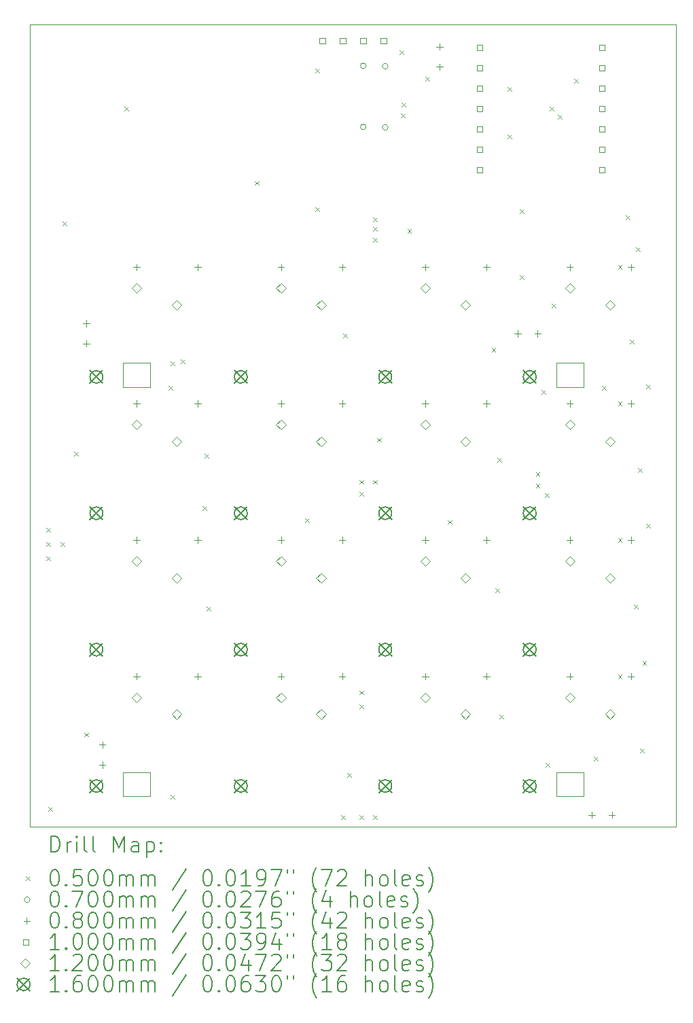
<source format=gbr>
%TF.GenerationSoftware,KiCad,Pcbnew,8.0.6*%
%TF.CreationDate,2024-10-20T21:42:17+02:00*%
%TF.ProjectId,macropad,6d616372-6f70-4616-942e-6b696361645f,v7.6*%
%TF.SameCoordinates,Original*%
%TF.FileFunction,Drillmap*%
%TF.FilePolarity,Positive*%
%FSLAX45Y45*%
G04 Gerber Fmt 4.5, Leading zero omitted, Abs format (unit mm)*
G04 Created by KiCad (PCBNEW 8.0.6) date 2024-10-20 21:42:17*
%MOMM*%
%LPD*%
G01*
G04 APERTURE LIST*
%ADD10C,0.050000*%
%ADD11C,0.120000*%
%ADD12C,0.200000*%
%ADD13C,0.100000*%
%ADD14C,0.160000*%
G04 APERTURE END LIST*
D10*
X8050000Y0D02*
X0Y0D01*
X0Y0D02*
X0Y-10000000D01*
X0Y-10000000D02*
X8050000Y-10000000D01*
X8050000Y-10000000D02*
X8050000Y0D01*
D11*
X6555000Y-9318000D02*
X6555000Y-9618000D01*
X6555000Y-9618000D02*
X6895000Y-9618000D01*
X6895000Y-9318000D02*
X6555000Y-9318000D01*
X6895000Y-9618000D02*
X6895000Y-9318000D01*
X6555000Y-4218000D02*
X6555000Y-4518000D01*
X6555000Y-4518000D02*
X6895000Y-4518000D01*
X6895000Y-4218000D02*
X6555000Y-4218000D01*
X6895000Y-4518000D02*
X6895000Y-4218000D01*
X1155000Y-4218000D02*
X1155000Y-4518000D01*
X1155000Y-4518000D02*
X1495000Y-4518000D01*
X1495000Y-4218000D02*
X1155000Y-4218000D01*
X1495000Y-4518000D02*
X1495000Y-4218000D01*
X1155000Y-9318000D02*
X1155000Y-9618000D01*
X1155000Y-9618000D02*
X1495000Y-9618000D01*
X1495000Y-9318000D02*
X1155000Y-9318000D01*
X1495000Y-9618000D02*
X1495000Y-9318000D01*
D12*
D13*
X200000Y-6275000D02*
X250000Y-6325000D01*
X250000Y-6275000D02*
X200000Y-6325000D01*
X200000Y-6450000D02*
X250000Y-6500000D01*
X250000Y-6450000D02*
X200000Y-6500000D01*
X200000Y-6625000D02*
X250000Y-6675000D01*
X250000Y-6625000D02*
X200000Y-6675000D01*
X225000Y-9750000D02*
X275000Y-9800000D01*
X275000Y-9750000D02*
X225000Y-9800000D01*
X375000Y-6450000D02*
X425000Y-6500000D01*
X425000Y-6450000D02*
X375000Y-6500000D01*
X400000Y-2450000D02*
X450000Y-2500000D01*
X450000Y-2450000D02*
X400000Y-2500000D01*
X550000Y-5325000D02*
X600000Y-5375000D01*
X600000Y-5325000D02*
X550000Y-5375000D01*
X675000Y-8825000D02*
X725000Y-8875000D01*
X725000Y-8825000D02*
X675000Y-8875000D01*
X1175000Y-1025000D02*
X1225000Y-1075000D01*
X1225000Y-1025000D02*
X1175000Y-1075000D01*
X1725000Y-4500000D02*
X1775000Y-4550000D01*
X1775000Y-4500000D02*
X1725000Y-4550000D01*
X1750000Y-4200000D02*
X1800000Y-4250000D01*
X1800000Y-4200000D02*
X1750000Y-4250000D01*
X1750000Y-9600000D02*
X1800000Y-9650000D01*
X1800000Y-9600000D02*
X1750000Y-9650000D01*
X1875000Y-4175000D02*
X1925000Y-4225000D01*
X1925000Y-4175000D02*
X1875000Y-4225000D01*
X2150000Y-6000000D02*
X2200000Y-6050000D01*
X2200000Y-6000000D02*
X2150000Y-6050000D01*
X2175000Y-5350000D02*
X2225000Y-5400000D01*
X2225000Y-5350000D02*
X2175000Y-5400000D01*
X2195000Y-7252500D02*
X2245000Y-7302500D01*
X2245000Y-7252500D02*
X2195000Y-7302500D01*
X2800000Y-1950000D02*
X2850000Y-2000000D01*
X2850000Y-1950000D02*
X2800000Y-2000000D01*
X3425000Y-6150000D02*
X3475000Y-6200000D01*
X3475000Y-6150000D02*
X3425000Y-6200000D01*
X3550000Y-550000D02*
X3600000Y-600000D01*
X3600000Y-550000D02*
X3550000Y-600000D01*
X3550000Y-2275000D02*
X3600000Y-2325000D01*
X3600000Y-2275000D02*
X3550000Y-2325000D01*
X3875000Y-9850000D02*
X3925000Y-9900000D01*
X3925000Y-9850000D02*
X3875000Y-9900000D01*
X3900000Y-3850000D02*
X3950000Y-3900000D01*
X3950000Y-3850000D02*
X3900000Y-3900000D01*
X3950000Y-9325000D02*
X4000000Y-9375000D01*
X4000000Y-9325000D02*
X3950000Y-9375000D01*
X4100000Y-5675000D02*
X4150000Y-5725000D01*
X4150000Y-5675000D02*
X4100000Y-5725000D01*
X4100000Y-5825000D02*
X4150000Y-5875000D01*
X4150000Y-5825000D02*
X4100000Y-5875000D01*
X4100000Y-8300000D02*
X4150000Y-8350000D01*
X4150000Y-8300000D02*
X4100000Y-8350000D01*
X4100000Y-8475000D02*
X4150000Y-8525000D01*
X4150000Y-8475000D02*
X4100000Y-8525000D01*
X4100000Y-9850000D02*
X4150000Y-9900000D01*
X4150000Y-9850000D02*
X4100000Y-9900000D01*
X4275000Y-2400000D02*
X4325000Y-2450000D01*
X4325000Y-2400000D02*
X4275000Y-2450000D01*
X4275000Y-2525000D02*
X4325000Y-2575000D01*
X4325000Y-2525000D02*
X4275000Y-2575000D01*
X4275000Y-2660000D02*
X4325000Y-2710000D01*
X4325000Y-2660000D02*
X4275000Y-2710000D01*
X4275000Y-5675000D02*
X4325000Y-5725000D01*
X4325000Y-5675000D02*
X4275000Y-5725000D01*
X4275000Y-9850000D02*
X4325000Y-9900000D01*
X4325000Y-9850000D02*
X4275000Y-9900000D01*
X4325000Y-5150000D02*
X4375000Y-5200000D01*
X4375000Y-5150000D02*
X4325000Y-5200000D01*
X4605000Y-322500D02*
X4655000Y-372500D01*
X4655000Y-322500D02*
X4605000Y-372500D01*
X4622848Y-1107420D02*
X4672848Y-1157420D01*
X4672848Y-1107420D02*
X4622848Y-1157420D01*
X4627500Y-972500D02*
X4677500Y-1022500D01*
X4677500Y-972500D02*
X4627500Y-1022500D01*
X4700000Y-2550000D02*
X4750000Y-2600000D01*
X4750000Y-2550000D02*
X4700000Y-2600000D01*
X4925000Y-650000D02*
X4975000Y-700000D01*
X4975000Y-650000D02*
X4925000Y-700000D01*
X5200000Y-6175000D02*
X5250000Y-6225000D01*
X5250000Y-6175000D02*
X5200000Y-6225000D01*
X5750000Y-4025000D02*
X5800000Y-4075000D01*
X5800000Y-4025000D02*
X5750000Y-4075000D01*
X5800000Y-7025000D02*
X5850000Y-7075000D01*
X5850000Y-7025000D02*
X5800000Y-7075000D01*
X5825000Y-5400000D02*
X5875000Y-5450000D01*
X5875000Y-5400000D02*
X5825000Y-5450000D01*
X5850000Y-8600000D02*
X5900000Y-8650000D01*
X5900000Y-8600000D02*
X5850000Y-8650000D01*
X5950000Y-775000D02*
X6000000Y-825000D01*
X6000000Y-775000D02*
X5950000Y-825000D01*
X5952500Y-1370000D02*
X6002500Y-1420000D01*
X6002500Y-1370000D02*
X5952500Y-1420000D01*
X6100000Y-2300000D02*
X6150000Y-2350000D01*
X6150000Y-2300000D02*
X6100000Y-2350000D01*
X6100000Y-3125000D02*
X6150000Y-3175000D01*
X6150000Y-3125000D02*
X6100000Y-3175000D01*
X6300000Y-5575000D02*
X6350000Y-5625000D01*
X6350000Y-5575000D02*
X6300000Y-5625000D01*
X6300000Y-5725000D02*
X6350000Y-5775000D01*
X6350000Y-5725000D02*
X6300000Y-5775000D01*
X6375000Y-4550000D02*
X6425000Y-4600000D01*
X6425000Y-4550000D02*
X6375000Y-4600000D01*
X6412500Y-5837500D02*
X6462500Y-5887500D01*
X6462500Y-5837500D02*
X6412500Y-5887500D01*
X6425000Y-9200000D02*
X6475000Y-9250000D01*
X6475000Y-9200000D02*
X6425000Y-9250000D01*
X6471000Y-1021000D02*
X6521000Y-1071000D01*
X6521000Y-1021000D02*
X6471000Y-1071000D01*
X6500000Y-3475000D02*
X6550000Y-3525000D01*
X6550000Y-3475000D02*
X6500000Y-3525000D01*
X6575000Y-1125000D02*
X6625000Y-1175000D01*
X6625000Y-1125000D02*
X6575000Y-1175000D01*
X6775000Y-675000D02*
X6825000Y-725000D01*
X6825000Y-675000D02*
X6775000Y-725000D01*
X7025000Y-9125000D02*
X7075000Y-9175000D01*
X7075000Y-9125000D02*
X7025000Y-9175000D01*
X7125000Y-4500000D02*
X7175000Y-4550000D01*
X7175000Y-4500000D02*
X7125000Y-4550000D01*
X7325000Y-2997500D02*
X7375000Y-3047500D01*
X7375000Y-2997500D02*
X7325000Y-3047500D01*
X7325000Y-4697500D02*
X7375000Y-4747500D01*
X7375000Y-4697500D02*
X7325000Y-4747500D01*
X7325000Y-6397500D02*
X7375000Y-6447500D01*
X7375000Y-6397500D02*
X7325000Y-6447500D01*
X7325000Y-8097500D02*
X7375000Y-8147500D01*
X7375000Y-8097500D02*
X7325000Y-8147500D01*
X7425000Y-2375000D02*
X7475000Y-2425000D01*
X7475000Y-2375000D02*
X7425000Y-2425000D01*
X7475000Y-3925000D02*
X7525000Y-3975000D01*
X7525000Y-3925000D02*
X7475000Y-3975000D01*
X7525000Y-7225000D02*
X7575000Y-7275000D01*
X7575000Y-7225000D02*
X7525000Y-7275000D01*
X7550000Y-2775000D02*
X7600000Y-2825000D01*
X7600000Y-2775000D02*
X7550000Y-2825000D01*
X7575000Y-5525000D02*
X7625000Y-5575000D01*
X7625000Y-5525000D02*
X7575000Y-5575000D01*
X7600000Y-9025000D02*
X7650000Y-9075000D01*
X7650000Y-9025000D02*
X7600000Y-9075000D01*
X7629750Y-7929750D02*
X7679750Y-7979750D01*
X7679750Y-7929750D02*
X7629750Y-7979750D01*
X7675000Y-4484500D02*
X7725000Y-4534500D01*
X7725000Y-4484500D02*
X7675000Y-4534500D01*
X7675000Y-6225000D02*
X7725000Y-6275000D01*
X7725000Y-6225000D02*
X7675000Y-6275000D01*
X4185000Y-513000D02*
G75*
G02*
X4115000Y-513000I-35000J0D01*
G01*
X4115000Y-513000D02*
G75*
G02*
X4185000Y-513000I35000J0D01*
G01*
X4185000Y-1275000D02*
G75*
G02*
X4115000Y-1275000I-35000J0D01*
G01*
X4115000Y-1275000D02*
G75*
G02*
X4185000Y-1275000I35000J0D01*
G01*
X4460000Y-519000D02*
G75*
G02*
X4390000Y-519000I-35000J0D01*
G01*
X4390000Y-519000D02*
G75*
G02*
X4460000Y-519000I35000J0D01*
G01*
X4460000Y-1281000D02*
G75*
G02*
X4390000Y-1281000I-35000J0D01*
G01*
X4390000Y-1281000D02*
G75*
G02*
X4460000Y-1281000I35000J0D01*
G01*
X700000Y-3685000D02*
X700000Y-3765000D01*
X660000Y-3725000D02*
X740000Y-3725000D01*
X700000Y-3935000D02*
X700000Y-4015000D01*
X660000Y-3975000D02*
X740000Y-3975000D01*
X900000Y-8935000D02*
X900000Y-9015000D01*
X860000Y-8975000D02*
X940000Y-8975000D01*
X900000Y-9185000D02*
X900000Y-9265000D01*
X860000Y-9225000D02*
X940000Y-9225000D01*
X1325000Y-2982500D02*
X1325000Y-3062500D01*
X1285000Y-3022500D02*
X1365000Y-3022500D01*
X1325000Y-4682500D02*
X1325000Y-4762500D01*
X1285000Y-4722500D02*
X1365000Y-4722500D01*
X1325000Y-6382500D02*
X1325000Y-6462500D01*
X1285000Y-6422500D02*
X1365000Y-6422500D01*
X1325000Y-8082500D02*
X1325000Y-8162500D01*
X1285000Y-8122500D02*
X1365000Y-8122500D01*
X2087000Y-2982500D02*
X2087000Y-3062500D01*
X2047000Y-3022500D02*
X2127000Y-3022500D01*
X2087000Y-4682500D02*
X2087000Y-4762500D01*
X2047000Y-4722500D02*
X2127000Y-4722500D01*
X2087000Y-6382500D02*
X2087000Y-6462500D01*
X2047000Y-6422500D02*
X2127000Y-6422500D01*
X2087000Y-8082500D02*
X2087000Y-8162500D01*
X2047000Y-8122500D02*
X2127000Y-8122500D01*
X3125000Y-2982500D02*
X3125000Y-3062500D01*
X3085000Y-3022500D02*
X3165000Y-3022500D01*
X3125000Y-4682500D02*
X3125000Y-4762500D01*
X3085000Y-4722500D02*
X3165000Y-4722500D01*
X3125000Y-6382500D02*
X3125000Y-6462500D01*
X3085000Y-6422500D02*
X3165000Y-6422500D01*
X3125000Y-8082500D02*
X3125000Y-8162500D01*
X3085000Y-8122500D02*
X3165000Y-8122500D01*
X3887000Y-2982500D02*
X3887000Y-3062500D01*
X3847000Y-3022500D02*
X3927000Y-3022500D01*
X3887000Y-4682500D02*
X3887000Y-4762500D01*
X3847000Y-4722500D02*
X3927000Y-4722500D01*
X3887000Y-6382500D02*
X3887000Y-6462500D01*
X3847000Y-6422500D02*
X3927000Y-6422500D01*
X3887000Y-8082500D02*
X3887000Y-8162500D01*
X3847000Y-8122500D02*
X3927000Y-8122500D01*
X4925000Y-2982500D02*
X4925000Y-3062500D01*
X4885000Y-3022500D02*
X4965000Y-3022500D01*
X4925000Y-4682500D02*
X4925000Y-4762500D01*
X4885000Y-4722500D02*
X4965000Y-4722500D01*
X4925000Y-6382500D02*
X4925000Y-6462500D01*
X4885000Y-6422500D02*
X4965000Y-6422500D01*
X4925000Y-8082500D02*
X4925000Y-8162500D01*
X4885000Y-8122500D02*
X4965000Y-8122500D01*
X5100000Y-235000D02*
X5100000Y-315000D01*
X5060000Y-275000D02*
X5140000Y-275000D01*
X5100000Y-485000D02*
X5100000Y-565000D01*
X5060000Y-525000D02*
X5140000Y-525000D01*
X5687000Y-2982500D02*
X5687000Y-3062500D01*
X5647000Y-3022500D02*
X5727000Y-3022500D01*
X5687000Y-4682500D02*
X5687000Y-4762500D01*
X5647000Y-4722500D02*
X5727000Y-4722500D01*
X5687000Y-6382500D02*
X5687000Y-6462500D01*
X5647000Y-6422500D02*
X5727000Y-6422500D01*
X5687000Y-8082500D02*
X5687000Y-8162500D01*
X5647000Y-8122500D02*
X5727000Y-8122500D01*
X6075000Y-3810000D02*
X6075000Y-3890000D01*
X6035000Y-3850000D02*
X6115000Y-3850000D01*
X6325000Y-3810000D02*
X6325000Y-3890000D01*
X6285000Y-3850000D02*
X6365000Y-3850000D01*
X6725000Y-2982500D02*
X6725000Y-3062500D01*
X6685000Y-3022500D02*
X6765000Y-3022500D01*
X6725000Y-4682500D02*
X6725000Y-4762500D01*
X6685000Y-4722500D02*
X6765000Y-4722500D01*
X6725000Y-6382500D02*
X6725000Y-6462500D01*
X6685000Y-6422500D02*
X6765000Y-6422500D01*
X6725000Y-8082500D02*
X6725000Y-8162500D01*
X6685000Y-8122500D02*
X6765000Y-8122500D01*
X7000000Y-9810000D02*
X7000000Y-9890000D01*
X6960000Y-9850000D02*
X7040000Y-9850000D01*
X7250000Y-9810000D02*
X7250000Y-9890000D01*
X7210000Y-9850000D02*
X7290000Y-9850000D01*
X7487000Y-2982500D02*
X7487000Y-3062500D01*
X7447000Y-3022500D02*
X7527000Y-3022500D01*
X7487000Y-4682500D02*
X7487000Y-4762500D01*
X7447000Y-4722500D02*
X7527000Y-4722500D01*
X7487000Y-6382500D02*
X7487000Y-6462500D01*
X7447000Y-6422500D02*
X7527000Y-6422500D01*
X7487000Y-8082500D02*
X7487000Y-8162500D01*
X7447000Y-8122500D02*
X7527000Y-8122500D01*
X3677356Y-235356D02*
X3677356Y-164644D01*
X3606644Y-164644D01*
X3606644Y-235356D01*
X3677356Y-235356D01*
X3931356Y-235356D02*
X3931356Y-164644D01*
X3860644Y-164644D01*
X3860644Y-235356D01*
X3931356Y-235356D01*
X4185356Y-235356D02*
X4185356Y-164644D01*
X4114644Y-164644D01*
X4114644Y-235356D01*
X4185356Y-235356D01*
X4439356Y-235356D02*
X4439356Y-164644D01*
X4368644Y-164644D01*
X4368644Y-235356D01*
X4439356Y-235356D01*
X5635356Y-319356D02*
X5635356Y-248644D01*
X5564644Y-248644D01*
X5564644Y-319356D01*
X5635356Y-319356D01*
X5635356Y-573356D02*
X5635356Y-502644D01*
X5564644Y-502644D01*
X5564644Y-573356D01*
X5635356Y-573356D01*
X5635356Y-827356D02*
X5635356Y-756644D01*
X5564644Y-756644D01*
X5564644Y-827356D01*
X5635356Y-827356D01*
X5635356Y-1081356D02*
X5635356Y-1010644D01*
X5564644Y-1010644D01*
X5564644Y-1081356D01*
X5635356Y-1081356D01*
X5635356Y-1335356D02*
X5635356Y-1264644D01*
X5564644Y-1264644D01*
X5564644Y-1335356D01*
X5635356Y-1335356D01*
X5635356Y-1589356D02*
X5635356Y-1518644D01*
X5564644Y-1518644D01*
X5564644Y-1589356D01*
X5635356Y-1589356D01*
X5635356Y-1843356D02*
X5635356Y-1772644D01*
X5564644Y-1772644D01*
X5564644Y-1843356D01*
X5635356Y-1843356D01*
X7160356Y-319356D02*
X7160356Y-248644D01*
X7089644Y-248644D01*
X7089644Y-319356D01*
X7160356Y-319356D01*
X7160356Y-573356D02*
X7160356Y-502644D01*
X7089644Y-502644D01*
X7089644Y-573356D01*
X7160356Y-573356D01*
X7160356Y-827356D02*
X7160356Y-756644D01*
X7089644Y-756644D01*
X7089644Y-827356D01*
X7160356Y-827356D01*
X7160356Y-1081356D02*
X7160356Y-1010644D01*
X7089644Y-1010644D01*
X7089644Y-1081356D01*
X7160356Y-1081356D01*
X7160356Y-1335356D02*
X7160356Y-1264644D01*
X7089644Y-1264644D01*
X7089644Y-1335356D01*
X7160356Y-1335356D01*
X7160356Y-1589356D02*
X7160356Y-1518644D01*
X7089644Y-1518644D01*
X7089644Y-1589356D01*
X7160356Y-1589356D01*
X7160356Y-1843356D02*
X7160356Y-1772644D01*
X7089644Y-1772644D01*
X7089644Y-1843356D01*
X7160356Y-1843356D01*
D11*
X1325000Y-3345000D02*
X1385000Y-3285000D01*
X1325000Y-3225000D01*
X1265000Y-3285000D01*
X1325000Y-3345000D01*
X1325000Y-5045000D02*
X1385000Y-4985000D01*
X1325000Y-4925000D01*
X1265000Y-4985000D01*
X1325000Y-5045000D01*
X1325000Y-6745000D02*
X1385000Y-6685000D01*
X1325000Y-6625000D01*
X1265000Y-6685000D01*
X1325000Y-6745000D01*
X1325000Y-8445000D02*
X1385000Y-8385000D01*
X1325000Y-8325000D01*
X1265000Y-8385000D01*
X1325000Y-8445000D01*
X1825000Y-3555000D02*
X1885000Y-3495000D01*
X1825000Y-3435000D01*
X1765000Y-3495000D01*
X1825000Y-3555000D01*
X1825000Y-5255000D02*
X1885000Y-5195000D01*
X1825000Y-5135000D01*
X1765000Y-5195000D01*
X1825000Y-5255000D01*
X1825000Y-6955000D02*
X1885000Y-6895000D01*
X1825000Y-6835000D01*
X1765000Y-6895000D01*
X1825000Y-6955000D01*
X1825000Y-8655000D02*
X1885000Y-8595000D01*
X1825000Y-8535000D01*
X1765000Y-8595000D01*
X1825000Y-8655000D01*
X3125000Y-3345000D02*
X3185000Y-3285000D01*
X3125000Y-3225000D01*
X3065000Y-3285000D01*
X3125000Y-3345000D01*
X3125000Y-5045000D02*
X3185000Y-4985000D01*
X3125000Y-4925000D01*
X3065000Y-4985000D01*
X3125000Y-5045000D01*
X3125000Y-6745000D02*
X3185000Y-6685000D01*
X3125000Y-6625000D01*
X3065000Y-6685000D01*
X3125000Y-6745000D01*
X3125000Y-8445000D02*
X3185000Y-8385000D01*
X3125000Y-8325000D01*
X3065000Y-8385000D01*
X3125000Y-8445000D01*
X3625000Y-3555000D02*
X3685000Y-3495000D01*
X3625000Y-3435000D01*
X3565000Y-3495000D01*
X3625000Y-3555000D01*
X3625000Y-5255000D02*
X3685000Y-5195000D01*
X3625000Y-5135000D01*
X3565000Y-5195000D01*
X3625000Y-5255000D01*
X3625000Y-6955000D02*
X3685000Y-6895000D01*
X3625000Y-6835000D01*
X3565000Y-6895000D01*
X3625000Y-6955000D01*
X3625000Y-8655000D02*
X3685000Y-8595000D01*
X3625000Y-8535000D01*
X3565000Y-8595000D01*
X3625000Y-8655000D01*
X4925000Y-3345000D02*
X4985000Y-3285000D01*
X4925000Y-3225000D01*
X4865000Y-3285000D01*
X4925000Y-3345000D01*
X4925000Y-5045000D02*
X4985000Y-4985000D01*
X4925000Y-4925000D01*
X4865000Y-4985000D01*
X4925000Y-5045000D01*
X4925000Y-6745000D02*
X4985000Y-6685000D01*
X4925000Y-6625000D01*
X4865000Y-6685000D01*
X4925000Y-6745000D01*
X4925000Y-8445000D02*
X4985000Y-8385000D01*
X4925000Y-8325000D01*
X4865000Y-8385000D01*
X4925000Y-8445000D01*
X5425000Y-3555000D02*
X5485000Y-3495000D01*
X5425000Y-3435000D01*
X5365000Y-3495000D01*
X5425000Y-3555000D01*
X5425000Y-5255000D02*
X5485000Y-5195000D01*
X5425000Y-5135000D01*
X5365000Y-5195000D01*
X5425000Y-5255000D01*
X5425000Y-6955000D02*
X5485000Y-6895000D01*
X5425000Y-6835000D01*
X5365000Y-6895000D01*
X5425000Y-6955000D01*
X5425000Y-8655000D02*
X5485000Y-8595000D01*
X5425000Y-8535000D01*
X5365000Y-8595000D01*
X5425000Y-8655000D01*
X6725000Y-3345000D02*
X6785000Y-3285000D01*
X6725000Y-3225000D01*
X6665000Y-3285000D01*
X6725000Y-3345000D01*
X6725000Y-5045000D02*
X6785000Y-4985000D01*
X6725000Y-4925000D01*
X6665000Y-4985000D01*
X6725000Y-5045000D01*
X6725000Y-6745000D02*
X6785000Y-6685000D01*
X6725000Y-6625000D01*
X6665000Y-6685000D01*
X6725000Y-6745000D01*
X6725000Y-8445000D02*
X6785000Y-8385000D01*
X6725000Y-8325000D01*
X6665000Y-8385000D01*
X6725000Y-8445000D01*
X7225000Y-3555000D02*
X7285000Y-3495000D01*
X7225000Y-3435000D01*
X7165000Y-3495000D01*
X7225000Y-3555000D01*
X7225000Y-5255000D02*
X7285000Y-5195000D01*
X7225000Y-5135000D01*
X7165000Y-5195000D01*
X7225000Y-5255000D01*
X7225000Y-6955000D02*
X7285000Y-6895000D01*
X7225000Y-6835000D01*
X7165000Y-6895000D01*
X7225000Y-6955000D01*
X7225000Y-8655000D02*
X7285000Y-8595000D01*
X7225000Y-8535000D01*
X7165000Y-8595000D01*
X7225000Y-8655000D01*
D14*
X745000Y-4310000D02*
X905000Y-4470000D01*
X905000Y-4310000D02*
X745000Y-4470000D01*
X905000Y-4390000D02*
G75*
G02*
X745000Y-4390000I-80000J0D01*
G01*
X745000Y-4390000D02*
G75*
G02*
X905000Y-4390000I80000J0D01*
G01*
X745000Y-6010000D02*
X905000Y-6170000D01*
X905000Y-6010000D02*
X745000Y-6170000D01*
X905000Y-6090000D02*
G75*
G02*
X745000Y-6090000I-80000J0D01*
G01*
X745000Y-6090000D02*
G75*
G02*
X905000Y-6090000I80000J0D01*
G01*
X745000Y-7710000D02*
X905000Y-7870000D01*
X905000Y-7710000D02*
X745000Y-7870000D01*
X905000Y-7790000D02*
G75*
G02*
X745000Y-7790000I-80000J0D01*
G01*
X745000Y-7790000D02*
G75*
G02*
X905000Y-7790000I80000J0D01*
G01*
X745000Y-9410000D02*
X905000Y-9570000D01*
X905000Y-9410000D02*
X745000Y-9570000D01*
X905000Y-9490000D02*
G75*
G02*
X745000Y-9490000I-80000J0D01*
G01*
X745000Y-9490000D02*
G75*
G02*
X905000Y-9490000I80000J0D01*
G01*
X2545000Y-4310000D02*
X2705000Y-4470000D01*
X2705000Y-4310000D02*
X2545000Y-4470000D01*
X2705000Y-4390000D02*
G75*
G02*
X2545000Y-4390000I-80000J0D01*
G01*
X2545000Y-4390000D02*
G75*
G02*
X2705000Y-4390000I80000J0D01*
G01*
X2545000Y-6010000D02*
X2705000Y-6170000D01*
X2705000Y-6010000D02*
X2545000Y-6170000D01*
X2705000Y-6090000D02*
G75*
G02*
X2545000Y-6090000I-80000J0D01*
G01*
X2545000Y-6090000D02*
G75*
G02*
X2705000Y-6090000I80000J0D01*
G01*
X2545000Y-7710000D02*
X2705000Y-7870000D01*
X2705000Y-7710000D02*
X2545000Y-7870000D01*
X2705000Y-7790000D02*
G75*
G02*
X2545000Y-7790000I-80000J0D01*
G01*
X2545000Y-7790000D02*
G75*
G02*
X2705000Y-7790000I80000J0D01*
G01*
X2545000Y-9410000D02*
X2705000Y-9570000D01*
X2705000Y-9410000D02*
X2545000Y-9570000D01*
X2705000Y-9490000D02*
G75*
G02*
X2545000Y-9490000I-80000J0D01*
G01*
X2545000Y-9490000D02*
G75*
G02*
X2705000Y-9490000I80000J0D01*
G01*
X4345000Y-4310000D02*
X4505000Y-4470000D01*
X4505000Y-4310000D02*
X4345000Y-4470000D01*
X4505000Y-4390000D02*
G75*
G02*
X4345000Y-4390000I-80000J0D01*
G01*
X4345000Y-4390000D02*
G75*
G02*
X4505000Y-4390000I80000J0D01*
G01*
X4345000Y-6010000D02*
X4505000Y-6170000D01*
X4505000Y-6010000D02*
X4345000Y-6170000D01*
X4505000Y-6090000D02*
G75*
G02*
X4345000Y-6090000I-80000J0D01*
G01*
X4345000Y-6090000D02*
G75*
G02*
X4505000Y-6090000I80000J0D01*
G01*
X4345000Y-7710000D02*
X4505000Y-7870000D01*
X4505000Y-7710000D02*
X4345000Y-7870000D01*
X4505000Y-7790000D02*
G75*
G02*
X4345000Y-7790000I-80000J0D01*
G01*
X4345000Y-7790000D02*
G75*
G02*
X4505000Y-7790000I80000J0D01*
G01*
X4345000Y-9410000D02*
X4505000Y-9570000D01*
X4505000Y-9410000D02*
X4345000Y-9570000D01*
X4505000Y-9490000D02*
G75*
G02*
X4345000Y-9490000I-80000J0D01*
G01*
X4345000Y-9490000D02*
G75*
G02*
X4505000Y-9490000I80000J0D01*
G01*
X6145000Y-4310000D02*
X6305000Y-4470000D01*
X6305000Y-4310000D02*
X6145000Y-4470000D01*
X6305000Y-4390000D02*
G75*
G02*
X6145000Y-4390000I-80000J0D01*
G01*
X6145000Y-4390000D02*
G75*
G02*
X6305000Y-4390000I80000J0D01*
G01*
X6145000Y-6010000D02*
X6305000Y-6170000D01*
X6305000Y-6010000D02*
X6145000Y-6170000D01*
X6305000Y-6090000D02*
G75*
G02*
X6145000Y-6090000I-80000J0D01*
G01*
X6145000Y-6090000D02*
G75*
G02*
X6305000Y-6090000I80000J0D01*
G01*
X6145000Y-7710000D02*
X6305000Y-7870000D01*
X6305000Y-7710000D02*
X6145000Y-7870000D01*
X6305000Y-7790000D02*
G75*
G02*
X6145000Y-7790000I-80000J0D01*
G01*
X6145000Y-7790000D02*
G75*
G02*
X6305000Y-7790000I80000J0D01*
G01*
X6145000Y-9410000D02*
X6305000Y-9570000D01*
X6305000Y-9410000D02*
X6145000Y-9570000D01*
X6305000Y-9490000D02*
G75*
G02*
X6145000Y-9490000I-80000J0D01*
G01*
X6145000Y-9490000D02*
G75*
G02*
X6305000Y-9490000I80000J0D01*
G01*
D12*
X258277Y-10313984D02*
X258277Y-10113984D01*
X258277Y-10113984D02*
X305896Y-10113984D01*
X305896Y-10113984D02*
X334467Y-10123508D01*
X334467Y-10123508D02*
X353515Y-10142555D01*
X353515Y-10142555D02*
X363039Y-10161603D01*
X363039Y-10161603D02*
X372562Y-10199698D01*
X372562Y-10199698D02*
X372562Y-10228270D01*
X372562Y-10228270D02*
X363039Y-10266365D01*
X363039Y-10266365D02*
X353515Y-10285412D01*
X353515Y-10285412D02*
X334467Y-10304460D01*
X334467Y-10304460D02*
X305896Y-10313984D01*
X305896Y-10313984D02*
X258277Y-10313984D01*
X458277Y-10313984D02*
X458277Y-10180650D01*
X458277Y-10218746D02*
X467801Y-10199698D01*
X467801Y-10199698D02*
X477324Y-10190174D01*
X477324Y-10190174D02*
X496372Y-10180650D01*
X496372Y-10180650D02*
X515420Y-10180650D01*
X582086Y-10313984D02*
X582086Y-10180650D01*
X582086Y-10113984D02*
X572563Y-10123508D01*
X572563Y-10123508D02*
X582086Y-10133031D01*
X582086Y-10133031D02*
X591610Y-10123508D01*
X591610Y-10123508D02*
X582086Y-10113984D01*
X582086Y-10113984D02*
X582086Y-10133031D01*
X705896Y-10313984D02*
X686848Y-10304460D01*
X686848Y-10304460D02*
X677324Y-10285412D01*
X677324Y-10285412D02*
X677324Y-10113984D01*
X810658Y-10313984D02*
X791610Y-10304460D01*
X791610Y-10304460D02*
X782086Y-10285412D01*
X782086Y-10285412D02*
X782086Y-10113984D01*
X1039229Y-10313984D02*
X1039229Y-10113984D01*
X1039229Y-10113984D02*
X1105896Y-10256841D01*
X1105896Y-10256841D02*
X1172563Y-10113984D01*
X1172563Y-10113984D02*
X1172563Y-10313984D01*
X1353515Y-10313984D02*
X1353515Y-10209222D01*
X1353515Y-10209222D02*
X1343991Y-10190174D01*
X1343991Y-10190174D02*
X1324944Y-10180650D01*
X1324944Y-10180650D02*
X1286848Y-10180650D01*
X1286848Y-10180650D02*
X1267801Y-10190174D01*
X1353515Y-10304460D02*
X1334467Y-10313984D01*
X1334467Y-10313984D02*
X1286848Y-10313984D01*
X1286848Y-10313984D02*
X1267801Y-10304460D01*
X1267801Y-10304460D02*
X1258277Y-10285412D01*
X1258277Y-10285412D02*
X1258277Y-10266365D01*
X1258277Y-10266365D02*
X1267801Y-10247317D01*
X1267801Y-10247317D02*
X1286848Y-10237793D01*
X1286848Y-10237793D02*
X1334467Y-10237793D01*
X1334467Y-10237793D02*
X1353515Y-10228270D01*
X1448753Y-10180650D02*
X1448753Y-10380650D01*
X1448753Y-10190174D02*
X1467801Y-10180650D01*
X1467801Y-10180650D02*
X1505896Y-10180650D01*
X1505896Y-10180650D02*
X1524943Y-10190174D01*
X1524943Y-10190174D02*
X1534467Y-10199698D01*
X1534467Y-10199698D02*
X1543991Y-10218746D01*
X1543991Y-10218746D02*
X1543991Y-10275889D01*
X1543991Y-10275889D02*
X1534467Y-10294936D01*
X1534467Y-10294936D02*
X1524943Y-10304460D01*
X1524943Y-10304460D02*
X1505896Y-10313984D01*
X1505896Y-10313984D02*
X1467801Y-10313984D01*
X1467801Y-10313984D02*
X1448753Y-10304460D01*
X1629705Y-10294936D02*
X1639229Y-10304460D01*
X1639229Y-10304460D02*
X1629705Y-10313984D01*
X1629705Y-10313984D02*
X1620182Y-10304460D01*
X1620182Y-10304460D02*
X1629705Y-10294936D01*
X1629705Y-10294936D02*
X1629705Y-10313984D01*
X1629705Y-10190174D02*
X1639229Y-10199698D01*
X1639229Y-10199698D02*
X1629705Y-10209222D01*
X1629705Y-10209222D02*
X1620182Y-10199698D01*
X1620182Y-10199698D02*
X1629705Y-10190174D01*
X1629705Y-10190174D02*
X1629705Y-10209222D01*
D13*
X-52500Y-10617500D02*
X-2500Y-10667500D01*
X-2500Y-10617500D02*
X-52500Y-10667500D01*
D12*
X296372Y-10533984D02*
X315420Y-10533984D01*
X315420Y-10533984D02*
X334467Y-10543508D01*
X334467Y-10543508D02*
X343991Y-10553031D01*
X343991Y-10553031D02*
X353515Y-10572079D01*
X353515Y-10572079D02*
X363039Y-10610174D01*
X363039Y-10610174D02*
X363039Y-10657793D01*
X363039Y-10657793D02*
X353515Y-10695889D01*
X353515Y-10695889D02*
X343991Y-10714936D01*
X343991Y-10714936D02*
X334467Y-10724460D01*
X334467Y-10724460D02*
X315420Y-10733984D01*
X315420Y-10733984D02*
X296372Y-10733984D01*
X296372Y-10733984D02*
X277324Y-10724460D01*
X277324Y-10724460D02*
X267801Y-10714936D01*
X267801Y-10714936D02*
X258277Y-10695889D01*
X258277Y-10695889D02*
X248753Y-10657793D01*
X248753Y-10657793D02*
X248753Y-10610174D01*
X248753Y-10610174D02*
X258277Y-10572079D01*
X258277Y-10572079D02*
X267801Y-10553031D01*
X267801Y-10553031D02*
X277324Y-10543508D01*
X277324Y-10543508D02*
X296372Y-10533984D01*
X448753Y-10714936D02*
X458277Y-10724460D01*
X458277Y-10724460D02*
X448753Y-10733984D01*
X448753Y-10733984D02*
X439229Y-10724460D01*
X439229Y-10724460D02*
X448753Y-10714936D01*
X448753Y-10714936D02*
X448753Y-10733984D01*
X639229Y-10533984D02*
X543991Y-10533984D01*
X543991Y-10533984D02*
X534467Y-10629222D01*
X534467Y-10629222D02*
X543991Y-10619698D01*
X543991Y-10619698D02*
X563039Y-10610174D01*
X563039Y-10610174D02*
X610658Y-10610174D01*
X610658Y-10610174D02*
X629705Y-10619698D01*
X629705Y-10619698D02*
X639229Y-10629222D01*
X639229Y-10629222D02*
X648753Y-10648270D01*
X648753Y-10648270D02*
X648753Y-10695889D01*
X648753Y-10695889D02*
X639229Y-10714936D01*
X639229Y-10714936D02*
X629705Y-10724460D01*
X629705Y-10724460D02*
X610658Y-10733984D01*
X610658Y-10733984D02*
X563039Y-10733984D01*
X563039Y-10733984D02*
X543991Y-10724460D01*
X543991Y-10724460D02*
X534467Y-10714936D01*
X772562Y-10533984D02*
X791610Y-10533984D01*
X791610Y-10533984D02*
X810658Y-10543508D01*
X810658Y-10543508D02*
X820182Y-10553031D01*
X820182Y-10553031D02*
X829705Y-10572079D01*
X829705Y-10572079D02*
X839229Y-10610174D01*
X839229Y-10610174D02*
X839229Y-10657793D01*
X839229Y-10657793D02*
X829705Y-10695889D01*
X829705Y-10695889D02*
X820182Y-10714936D01*
X820182Y-10714936D02*
X810658Y-10724460D01*
X810658Y-10724460D02*
X791610Y-10733984D01*
X791610Y-10733984D02*
X772562Y-10733984D01*
X772562Y-10733984D02*
X753515Y-10724460D01*
X753515Y-10724460D02*
X743991Y-10714936D01*
X743991Y-10714936D02*
X734467Y-10695889D01*
X734467Y-10695889D02*
X724943Y-10657793D01*
X724943Y-10657793D02*
X724943Y-10610174D01*
X724943Y-10610174D02*
X734467Y-10572079D01*
X734467Y-10572079D02*
X743991Y-10553031D01*
X743991Y-10553031D02*
X753515Y-10543508D01*
X753515Y-10543508D02*
X772562Y-10533984D01*
X963039Y-10533984D02*
X982086Y-10533984D01*
X982086Y-10533984D02*
X1001134Y-10543508D01*
X1001134Y-10543508D02*
X1010658Y-10553031D01*
X1010658Y-10553031D02*
X1020182Y-10572079D01*
X1020182Y-10572079D02*
X1029705Y-10610174D01*
X1029705Y-10610174D02*
X1029705Y-10657793D01*
X1029705Y-10657793D02*
X1020182Y-10695889D01*
X1020182Y-10695889D02*
X1010658Y-10714936D01*
X1010658Y-10714936D02*
X1001134Y-10724460D01*
X1001134Y-10724460D02*
X982086Y-10733984D01*
X982086Y-10733984D02*
X963039Y-10733984D01*
X963039Y-10733984D02*
X943991Y-10724460D01*
X943991Y-10724460D02*
X934467Y-10714936D01*
X934467Y-10714936D02*
X924943Y-10695889D01*
X924943Y-10695889D02*
X915420Y-10657793D01*
X915420Y-10657793D02*
X915420Y-10610174D01*
X915420Y-10610174D02*
X924943Y-10572079D01*
X924943Y-10572079D02*
X934467Y-10553031D01*
X934467Y-10553031D02*
X943991Y-10543508D01*
X943991Y-10543508D02*
X963039Y-10533984D01*
X1115420Y-10733984D02*
X1115420Y-10600650D01*
X1115420Y-10619698D02*
X1124944Y-10610174D01*
X1124944Y-10610174D02*
X1143991Y-10600650D01*
X1143991Y-10600650D02*
X1172563Y-10600650D01*
X1172563Y-10600650D02*
X1191610Y-10610174D01*
X1191610Y-10610174D02*
X1201134Y-10629222D01*
X1201134Y-10629222D02*
X1201134Y-10733984D01*
X1201134Y-10629222D02*
X1210658Y-10610174D01*
X1210658Y-10610174D02*
X1229705Y-10600650D01*
X1229705Y-10600650D02*
X1258277Y-10600650D01*
X1258277Y-10600650D02*
X1277325Y-10610174D01*
X1277325Y-10610174D02*
X1286848Y-10629222D01*
X1286848Y-10629222D02*
X1286848Y-10733984D01*
X1382086Y-10733984D02*
X1382086Y-10600650D01*
X1382086Y-10619698D02*
X1391610Y-10610174D01*
X1391610Y-10610174D02*
X1410658Y-10600650D01*
X1410658Y-10600650D02*
X1439229Y-10600650D01*
X1439229Y-10600650D02*
X1458277Y-10610174D01*
X1458277Y-10610174D02*
X1467801Y-10629222D01*
X1467801Y-10629222D02*
X1467801Y-10733984D01*
X1467801Y-10629222D02*
X1477324Y-10610174D01*
X1477324Y-10610174D02*
X1496372Y-10600650D01*
X1496372Y-10600650D02*
X1524943Y-10600650D01*
X1524943Y-10600650D02*
X1543991Y-10610174D01*
X1543991Y-10610174D02*
X1553515Y-10629222D01*
X1553515Y-10629222D02*
X1553515Y-10733984D01*
X1943991Y-10524460D02*
X1772563Y-10781603D01*
X2201134Y-10533984D02*
X2220182Y-10533984D01*
X2220182Y-10533984D02*
X2239229Y-10543508D01*
X2239229Y-10543508D02*
X2248753Y-10553031D01*
X2248753Y-10553031D02*
X2258277Y-10572079D01*
X2258277Y-10572079D02*
X2267801Y-10610174D01*
X2267801Y-10610174D02*
X2267801Y-10657793D01*
X2267801Y-10657793D02*
X2258277Y-10695889D01*
X2258277Y-10695889D02*
X2248753Y-10714936D01*
X2248753Y-10714936D02*
X2239229Y-10724460D01*
X2239229Y-10724460D02*
X2220182Y-10733984D01*
X2220182Y-10733984D02*
X2201134Y-10733984D01*
X2201134Y-10733984D02*
X2182087Y-10724460D01*
X2182087Y-10724460D02*
X2172563Y-10714936D01*
X2172563Y-10714936D02*
X2163039Y-10695889D01*
X2163039Y-10695889D02*
X2153515Y-10657793D01*
X2153515Y-10657793D02*
X2153515Y-10610174D01*
X2153515Y-10610174D02*
X2163039Y-10572079D01*
X2163039Y-10572079D02*
X2172563Y-10553031D01*
X2172563Y-10553031D02*
X2182087Y-10543508D01*
X2182087Y-10543508D02*
X2201134Y-10533984D01*
X2353515Y-10714936D02*
X2363039Y-10724460D01*
X2363039Y-10724460D02*
X2353515Y-10733984D01*
X2353515Y-10733984D02*
X2343991Y-10724460D01*
X2343991Y-10724460D02*
X2353515Y-10714936D01*
X2353515Y-10714936D02*
X2353515Y-10733984D01*
X2486848Y-10533984D02*
X2505896Y-10533984D01*
X2505896Y-10533984D02*
X2524944Y-10543508D01*
X2524944Y-10543508D02*
X2534468Y-10553031D01*
X2534468Y-10553031D02*
X2543991Y-10572079D01*
X2543991Y-10572079D02*
X2553515Y-10610174D01*
X2553515Y-10610174D02*
X2553515Y-10657793D01*
X2553515Y-10657793D02*
X2543991Y-10695889D01*
X2543991Y-10695889D02*
X2534468Y-10714936D01*
X2534468Y-10714936D02*
X2524944Y-10724460D01*
X2524944Y-10724460D02*
X2505896Y-10733984D01*
X2505896Y-10733984D02*
X2486848Y-10733984D01*
X2486848Y-10733984D02*
X2467801Y-10724460D01*
X2467801Y-10724460D02*
X2458277Y-10714936D01*
X2458277Y-10714936D02*
X2448753Y-10695889D01*
X2448753Y-10695889D02*
X2439229Y-10657793D01*
X2439229Y-10657793D02*
X2439229Y-10610174D01*
X2439229Y-10610174D02*
X2448753Y-10572079D01*
X2448753Y-10572079D02*
X2458277Y-10553031D01*
X2458277Y-10553031D02*
X2467801Y-10543508D01*
X2467801Y-10543508D02*
X2486848Y-10533984D01*
X2743991Y-10733984D02*
X2629706Y-10733984D01*
X2686848Y-10733984D02*
X2686848Y-10533984D01*
X2686848Y-10533984D02*
X2667801Y-10562555D01*
X2667801Y-10562555D02*
X2648753Y-10581603D01*
X2648753Y-10581603D02*
X2629706Y-10591127D01*
X2839229Y-10733984D02*
X2877325Y-10733984D01*
X2877325Y-10733984D02*
X2896372Y-10724460D01*
X2896372Y-10724460D02*
X2905896Y-10714936D01*
X2905896Y-10714936D02*
X2924944Y-10686365D01*
X2924944Y-10686365D02*
X2934467Y-10648270D01*
X2934467Y-10648270D02*
X2934467Y-10572079D01*
X2934467Y-10572079D02*
X2924944Y-10553031D01*
X2924944Y-10553031D02*
X2915420Y-10543508D01*
X2915420Y-10543508D02*
X2896372Y-10533984D01*
X2896372Y-10533984D02*
X2858277Y-10533984D01*
X2858277Y-10533984D02*
X2839229Y-10543508D01*
X2839229Y-10543508D02*
X2829706Y-10553031D01*
X2829706Y-10553031D02*
X2820182Y-10572079D01*
X2820182Y-10572079D02*
X2820182Y-10619698D01*
X2820182Y-10619698D02*
X2829706Y-10638746D01*
X2829706Y-10638746D02*
X2839229Y-10648270D01*
X2839229Y-10648270D02*
X2858277Y-10657793D01*
X2858277Y-10657793D02*
X2896372Y-10657793D01*
X2896372Y-10657793D02*
X2915420Y-10648270D01*
X2915420Y-10648270D02*
X2924944Y-10638746D01*
X2924944Y-10638746D02*
X2934467Y-10619698D01*
X3001134Y-10533984D02*
X3134467Y-10533984D01*
X3134467Y-10533984D02*
X3048753Y-10733984D01*
X3201134Y-10533984D02*
X3201134Y-10572079D01*
X3277325Y-10533984D02*
X3277325Y-10572079D01*
X3572563Y-10810174D02*
X3563039Y-10800650D01*
X3563039Y-10800650D02*
X3543991Y-10772079D01*
X3543991Y-10772079D02*
X3534468Y-10753031D01*
X3534468Y-10753031D02*
X3524944Y-10724460D01*
X3524944Y-10724460D02*
X3515420Y-10676841D01*
X3515420Y-10676841D02*
X3515420Y-10638746D01*
X3515420Y-10638746D02*
X3524944Y-10591127D01*
X3524944Y-10591127D02*
X3534468Y-10562555D01*
X3534468Y-10562555D02*
X3543991Y-10543508D01*
X3543991Y-10543508D02*
X3563039Y-10514936D01*
X3563039Y-10514936D02*
X3572563Y-10505412D01*
X3629706Y-10533984D02*
X3763039Y-10533984D01*
X3763039Y-10533984D02*
X3677325Y-10733984D01*
X3829706Y-10553031D02*
X3839229Y-10543508D01*
X3839229Y-10543508D02*
X3858277Y-10533984D01*
X3858277Y-10533984D02*
X3905896Y-10533984D01*
X3905896Y-10533984D02*
X3924944Y-10543508D01*
X3924944Y-10543508D02*
X3934468Y-10553031D01*
X3934468Y-10553031D02*
X3943991Y-10572079D01*
X3943991Y-10572079D02*
X3943991Y-10591127D01*
X3943991Y-10591127D02*
X3934468Y-10619698D01*
X3934468Y-10619698D02*
X3820182Y-10733984D01*
X3820182Y-10733984D02*
X3943991Y-10733984D01*
X4182087Y-10733984D02*
X4182087Y-10533984D01*
X4267801Y-10733984D02*
X4267801Y-10629222D01*
X4267801Y-10629222D02*
X4258277Y-10610174D01*
X4258277Y-10610174D02*
X4239230Y-10600650D01*
X4239230Y-10600650D02*
X4210658Y-10600650D01*
X4210658Y-10600650D02*
X4191610Y-10610174D01*
X4191610Y-10610174D02*
X4182087Y-10619698D01*
X4391611Y-10733984D02*
X4372563Y-10724460D01*
X4372563Y-10724460D02*
X4363039Y-10714936D01*
X4363039Y-10714936D02*
X4353515Y-10695889D01*
X4353515Y-10695889D02*
X4353515Y-10638746D01*
X4353515Y-10638746D02*
X4363039Y-10619698D01*
X4363039Y-10619698D02*
X4372563Y-10610174D01*
X4372563Y-10610174D02*
X4391611Y-10600650D01*
X4391611Y-10600650D02*
X4420182Y-10600650D01*
X4420182Y-10600650D02*
X4439230Y-10610174D01*
X4439230Y-10610174D02*
X4448753Y-10619698D01*
X4448753Y-10619698D02*
X4458277Y-10638746D01*
X4458277Y-10638746D02*
X4458277Y-10695889D01*
X4458277Y-10695889D02*
X4448753Y-10714936D01*
X4448753Y-10714936D02*
X4439230Y-10724460D01*
X4439230Y-10724460D02*
X4420182Y-10733984D01*
X4420182Y-10733984D02*
X4391611Y-10733984D01*
X4572563Y-10733984D02*
X4553515Y-10724460D01*
X4553515Y-10724460D02*
X4543992Y-10705412D01*
X4543992Y-10705412D02*
X4543992Y-10533984D01*
X4724944Y-10724460D02*
X4705896Y-10733984D01*
X4705896Y-10733984D02*
X4667801Y-10733984D01*
X4667801Y-10733984D02*
X4648753Y-10724460D01*
X4648753Y-10724460D02*
X4639230Y-10705412D01*
X4639230Y-10705412D02*
X4639230Y-10629222D01*
X4639230Y-10629222D02*
X4648753Y-10610174D01*
X4648753Y-10610174D02*
X4667801Y-10600650D01*
X4667801Y-10600650D02*
X4705896Y-10600650D01*
X4705896Y-10600650D02*
X4724944Y-10610174D01*
X4724944Y-10610174D02*
X4734468Y-10629222D01*
X4734468Y-10629222D02*
X4734468Y-10648270D01*
X4734468Y-10648270D02*
X4639230Y-10667317D01*
X4810658Y-10724460D02*
X4829706Y-10733984D01*
X4829706Y-10733984D02*
X4867801Y-10733984D01*
X4867801Y-10733984D02*
X4886849Y-10724460D01*
X4886849Y-10724460D02*
X4896373Y-10705412D01*
X4896373Y-10705412D02*
X4896373Y-10695889D01*
X4896373Y-10695889D02*
X4886849Y-10676841D01*
X4886849Y-10676841D02*
X4867801Y-10667317D01*
X4867801Y-10667317D02*
X4839230Y-10667317D01*
X4839230Y-10667317D02*
X4820182Y-10657793D01*
X4820182Y-10657793D02*
X4810658Y-10638746D01*
X4810658Y-10638746D02*
X4810658Y-10629222D01*
X4810658Y-10629222D02*
X4820182Y-10610174D01*
X4820182Y-10610174D02*
X4839230Y-10600650D01*
X4839230Y-10600650D02*
X4867801Y-10600650D01*
X4867801Y-10600650D02*
X4886849Y-10610174D01*
X4963039Y-10810174D02*
X4972563Y-10800650D01*
X4972563Y-10800650D02*
X4991611Y-10772079D01*
X4991611Y-10772079D02*
X5001134Y-10753031D01*
X5001134Y-10753031D02*
X5010658Y-10724460D01*
X5010658Y-10724460D02*
X5020182Y-10676841D01*
X5020182Y-10676841D02*
X5020182Y-10638746D01*
X5020182Y-10638746D02*
X5010658Y-10591127D01*
X5010658Y-10591127D02*
X5001134Y-10562555D01*
X5001134Y-10562555D02*
X4991611Y-10543508D01*
X4991611Y-10543508D02*
X4972563Y-10514936D01*
X4972563Y-10514936D02*
X4963039Y-10505412D01*
D13*
X-2500Y-10906500D02*
G75*
G02*
X-72500Y-10906500I-35000J0D01*
G01*
X-72500Y-10906500D02*
G75*
G02*
X-2500Y-10906500I35000J0D01*
G01*
D12*
X296372Y-10797984D02*
X315420Y-10797984D01*
X315420Y-10797984D02*
X334467Y-10807508D01*
X334467Y-10807508D02*
X343991Y-10817031D01*
X343991Y-10817031D02*
X353515Y-10836079D01*
X353515Y-10836079D02*
X363039Y-10874174D01*
X363039Y-10874174D02*
X363039Y-10921793D01*
X363039Y-10921793D02*
X353515Y-10959889D01*
X353515Y-10959889D02*
X343991Y-10978936D01*
X343991Y-10978936D02*
X334467Y-10988460D01*
X334467Y-10988460D02*
X315420Y-10997984D01*
X315420Y-10997984D02*
X296372Y-10997984D01*
X296372Y-10997984D02*
X277324Y-10988460D01*
X277324Y-10988460D02*
X267801Y-10978936D01*
X267801Y-10978936D02*
X258277Y-10959889D01*
X258277Y-10959889D02*
X248753Y-10921793D01*
X248753Y-10921793D02*
X248753Y-10874174D01*
X248753Y-10874174D02*
X258277Y-10836079D01*
X258277Y-10836079D02*
X267801Y-10817031D01*
X267801Y-10817031D02*
X277324Y-10807508D01*
X277324Y-10807508D02*
X296372Y-10797984D01*
X448753Y-10978936D02*
X458277Y-10988460D01*
X458277Y-10988460D02*
X448753Y-10997984D01*
X448753Y-10997984D02*
X439229Y-10988460D01*
X439229Y-10988460D02*
X448753Y-10978936D01*
X448753Y-10978936D02*
X448753Y-10997984D01*
X524944Y-10797984D02*
X658277Y-10797984D01*
X658277Y-10797984D02*
X572563Y-10997984D01*
X772562Y-10797984D02*
X791610Y-10797984D01*
X791610Y-10797984D02*
X810658Y-10807508D01*
X810658Y-10807508D02*
X820182Y-10817031D01*
X820182Y-10817031D02*
X829705Y-10836079D01*
X829705Y-10836079D02*
X839229Y-10874174D01*
X839229Y-10874174D02*
X839229Y-10921793D01*
X839229Y-10921793D02*
X829705Y-10959889D01*
X829705Y-10959889D02*
X820182Y-10978936D01*
X820182Y-10978936D02*
X810658Y-10988460D01*
X810658Y-10988460D02*
X791610Y-10997984D01*
X791610Y-10997984D02*
X772562Y-10997984D01*
X772562Y-10997984D02*
X753515Y-10988460D01*
X753515Y-10988460D02*
X743991Y-10978936D01*
X743991Y-10978936D02*
X734467Y-10959889D01*
X734467Y-10959889D02*
X724943Y-10921793D01*
X724943Y-10921793D02*
X724943Y-10874174D01*
X724943Y-10874174D02*
X734467Y-10836079D01*
X734467Y-10836079D02*
X743991Y-10817031D01*
X743991Y-10817031D02*
X753515Y-10807508D01*
X753515Y-10807508D02*
X772562Y-10797984D01*
X963039Y-10797984D02*
X982086Y-10797984D01*
X982086Y-10797984D02*
X1001134Y-10807508D01*
X1001134Y-10807508D02*
X1010658Y-10817031D01*
X1010658Y-10817031D02*
X1020182Y-10836079D01*
X1020182Y-10836079D02*
X1029705Y-10874174D01*
X1029705Y-10874174D02*
X1029705Y-10921793D01*
X1029705Y-10921793D02*
X1020182Y-10959889D01*
X1020182Y-10959889D02*
X1010658Y-10978936D01*
X1010658Y-10978936D02*
X1001134Y-10988460D01*
X1001134Y-10988460D02*
X982086Y-10997984D01*
X982086Y-10997984D02*
X963039Y-10997984D01*
X963039Y-10997984D02*
X943991Y-10988460D01*
X943991Y-10988460D02*
X934467Y-10978936D01*
X934467Y-10978936D02*
X924943Y-10959889D01*
X924943Y-10959889D02*
X915420Y-10921793D01*
X915420Y-10921793D02*
X915420Y-10874174D01*
X915420Y-10874174D02*
X924943Y-10836079D01*
X924943Y-10836079D02*
X934467Y-10817031D01*
X934467Y-10817031D02*
X943991Y-10807508D01*
X943991Y-10807508D02*
X963039Y-10797984D01*
X1115420Y-10997984D02*
X1115420Y-10864650D01*
X1115420Y-10883698D02*
X1124944Y-10874174D01*
X1124944Y-10874174D02*
X1143991Y-10864650D01*
X1143991Y-10864650D02*
X1172563Y-10864650D01*
X1172563Y-10864650D02*
X1191610Y-10874174D01*
X1191610Y-10874174D02*
X1201134Y-10893222D01*
X1201134Y-10893222D02*
X1201134Y-10997984D01*
X1201134Y-10893222D02*
X1210658Y-10874174D01*
X1210658Y-10874174D02*
X1229705Y-10864650D01*
X1229705Y-10864650D02*
X1258277Y-10864650D01*
X1258277Y-10864650D02*
X1277325Y-10874174D01*
X1277325Y-10874174D02*
X1286848Y-10893222D01*
X1286848Y-10893222D02*
X1286848Y-10997984D01*
X1382086Y-10997984D02*
X1382086Y-10864650D01*
X1382086Y-10883698D02*
X1391610Y-10874174D01*
X1391610Y-10874174D02*
X1410658Y-10864650D01*
X1410658Y-10864650D02*
X1439229Y-10864650D01*
X1439229Y-10864650D02*
X1458277Y-10874174D01*
X1458277Y-10874174D02*
X1467801Y-10893222D01*
X1467801Y-10893222D02*
X1467801Y-10997984D01*
X1467801Y-10893222D02*
X1477324Y-10874174D01*
X1477324Y-10874174D02*
X1496372Y-10864650D01*
X1496372Y-10864650D02*
X1524943Y-10864650D01*
X1524943Y-10864650D02*
X1543991Y-10874174D01*
X1543991Y-10874174D02*
X1553515Y-10893222D01*
X1553515Y-10893222D02*
X1553515Y-10997984D01*
X1943991Y-10788460D02*
X1772563Y-11045603D01*
X2201134Y-10797984D02*
X2220182Y-10797984D01*
X2220182Y-10797984D02*
X2239229Y-10807508D01*
X2239229Y-10807508D02*
X2248753Y-10817031D01*
X2248753Y-10817031D02*
X2258277Y-10836079D01*
X2258277Y-10836079D02*
X2267801Y-10874174D01*
X2267801Y-10874174D02*
X2267801Y-10921793D01*
X2267801Y-10921793D02*
X2258277Y-10959889D01*
X2258277Y-10959889D02*
X2248753Y-10978936D01*
X2248753Y-10978936D02*
X2239229Y-10988460D01*
X2239229Y-10988460D02*
X2220182Y-10997984D01*
X2220182Y-10997984D02*
X2201134Y-10997984D01*
X2201134Y-10997984D02*
X2182087Y-10988460D01*
X2182087Y-10988460D02*
X2172563Y-10978936D01*
X2172563Y-10978936D02*
X2163039Y-10959889D01*
X2163039Y-10959889D02*
X2153515Y-10921793D01*
X2153515Y-10921793D02*
X2153515Y-10874174D01*
X2153515Y-10874174D02*
X2163039Y-10836079D01*
X2163039Y-10836079D02*
X2172563Y-10817031D01*
X2172563Y-10817031D02*
X2182087Y-10807508D01*
X2182087Y-10807508D02*
X2201134Y-10797984D01*
X2353515Y-10978936D02*
X2363039Y-10988460D01*
X2363039Y-10988460D02*
X2353515Y-10997984D01*
X2353515Y-10997984D02*
X2343991Y-10988460D01*
X2343991Y-10988460D02*
X2353515Y-10978936D01*
X2353515Y-10978936D02*
X2353515Y-10997984D01*
X2486848Y-10797984D02*
X2505896Y-10797984D01*
X2505896Y-10797984D02*
X2524944Y-10807508D01*
X2524944Y-10807508D02*
X2534468Y-10817031D01*
X2534468Y-10817031D02*
X2543991Y-10836079D01*
X2543991Y-10836079D02*
X2553515Y-10874174D01*
X2553515Y-10874174D02*
X2553515Y-10921793D01*
X2553515Y-10921793D02*
X2543991Y-10959889D01*
X2543991Y-10959889D02*
X2534468Y-10978936D01*
X2534468Y-10978936D02*
X2524944Y-10988460D01*
X2524944Y-10988460D02*
X2505896Y-10997984D01*
X2505896Y-10997984D02*
X2486848Y-10997984D01*
X2486848Y-10997984D02*
X2467801Y-10988460D01*
X2467801Y-10988460D02*
X2458277Y-10978936D01*
X2458277Y-10978936D02*
X2448753Y-10959889D01*
X2448753Y-10959889D02*
X2439229Y-10921793D01*
X2439229Y-10921793D02*
X2439229Y-10874174D01*
X2439229Y-10874174D02*
X2448753Y-10836079D01*
X2448753Y-10836079D02*
X2458277Y-10817031D01*
X2458277Y-10817031D02*
X2467801Y-10807508D01*
X2467801Y-10807508D02*
X2486848Y-10797984D01*
X2629706Y-10817031D02*
X2639229Y-10807508D01*
X2639229Y-10807508D02*
X2658277Y-10797984D01*
X2658277Y-10797984D02*
X2705896Y-10797984D01*
X2705896Y-10797984D02*
X2724944Y-10807508D01*
X2724944Y-10807508D02*
X2734468Y-10817031D01*
X2734468Y-10817031D02*
X2743991Y-10836079D01*
X2743991Y-10836079D02*
X2743991Y-10855127D01*
X2743991Y-10855127D02*
X2734468Y-10883698D01*
X2734468Y-10883698D02*
X2620182Y-10997984D01*
X2620182Y-10997984D02*
X2743991Y-10997984D01*
X2810658Y-10797984D02*
X2943991Y-10797984D01*
X2943991Y-10797984D02*
X2858277Y-10997984D01*
X3105896Y-10797984D02*
X3067801Y-10797984D01*
X3067801Y-10797984D02*
X3048753Y-10807508D01*
X3048753Y-10807508D02*
X3039229Y-10817031D01*
X3039229Y-10817031D02*
X3020182Y-10845603D01*
X3020182Y-10845603D02*
X3010658Y-10883698D01*
X3010658Y-10883698D02*
X3010658Y-10959889D01*
X3010658Y-10959889D02*
X3020182Y-10978936D01*
X3020182Y-10978936D02*
X3029706Y-10988460D01*
X3029706Y-10988460D02*
X3048753Y-10997984D01*
X3048753Y-10997984D02*
X3086848Y-10997984D01*
X3086848Y-10997984D02*
X3105896Y-10988460D01*
X3105896Y-10988460D02*
X3115420Y-10978936D01*
X3115420Y-10978936D02*
X3124944Y-10959889D01*
X3124944Y-10959889D02*
X3124944Y-10912270D01*
X3124944Y-10912270D02*
X3115420Y-10893222D01*
X3115420Y-10893222D02*
X3105896Y-10883698D01*
X3105896Y-10883698D02*
X3086848Y-10874174D01*
X3086848Y-10874174D02*
X3048753Y-10874174D01*
X3048753Y-10874174D02*
X3029706Y-10883698D01*
X3029706Y-10883698D02*
X3020182Y-10893222D01*
X3020182Y-10893222D02*
X3010658Y-10912270D01*
X3201134Y-10797984D02*
X3201134Y-10836079D01*
X3277325Y-10797984D02*
X3277325Y-10836079D01*
X3572563Y-11074174D02*
X3563039Y-11064650D01*
X3563039Y-11064650D02*
X3543991Y-11036079D01*
X3543991Y-11036079D02*
X3534468Y-11017031D01*
X3534468Y-11017031D02*
X3524944Y-10988460D01*
X3524944Y-10988460D02*
X3515420Y-10940841D01*
X3515420Y-10940841D02*
X3515420Y-10902746D01*
X3515420Y-10902746D02*
X3524944Y-10855127D01*
X3524944Y-10855127D02*
X3534468Y-10826555D01*
X3534468Y-10826555D02*
X3543991Y-10807508D01*
X3543991Y-10807508D02*
X3563039Y-10778936D01*
X3563039Y-10778936D02*
X3572563Y-10769412D01*
X3734468Y-10864650D02*
X3734468Y-10997984D01*
X3686848Y-10788460D02*
X3639229Y-10931317D01*
X3639229Y-10931317D02*
X3763039Y-10931317D01*
X3991610Y-10997984D02*
X3991610Y-10797984D01*
X4077325Y-10997984D02*
X4077325Y-10893222D01*
X4077325Y-10893222D02*
X4067801Y-10874174D01*
X4067801Y-10874174D02*
X4048753Y-10864650D01*
X4048753Y-10864650D02*
X4020182Y-10864650D01*
X4020182Y-10864650D02*
X4001134Y-10874174D01*
X4001134Y-10874174D02*
X3991610Y-10883698D01*
X4201134Y-10997984D02*
X4182087Y-10988460D01*
X4182087Y-10988460D02*
X4172563Y-10978936D01*
X4172563Y-10978936D02*
X4163039Y-10959889D01*
X4163039Y-10959889D02*
X4163039Y-10902746D01*
X4163039Y-10902746D02*
X4172563Y-10883698D01*
X4172563Y-10883698D02*
X4182087Y-10874174D01*
X4182087Y-10874174D02*
X4201134Y-10864650D01*
X4201134Y-10864650D02*
X4229706Y-10864650D01*
X4229706Y-10864650D02*
X4248753Y-10874174D01*
X4248753Y-10874174D02*
X4258277Y-10883698D01*
X4258277Y-10883698D02*
X4267801Y-10902746D01*
X4267801Y-10902746D02*
X4267801Y-10959889D01*
X4267801Y-10959889D02*
X4258277Y-10978936D01*
X4258277Y-10978936D02*
X4248753Y-10988460D01*
X4248753Y-10988460D02*
X4229706Y-10997984D01*
X4229706Y-10997984D02*
X4201134Y-10997984D01*
X4382087Y-10997984D02*
X4363039Y-10988460D01*
X4363039Y-10988460D02*
X4353515Y-10969412D01*
X4353515Y-10969412D02*
X4353515Y-10797984D01*
X4534468Y-10988460D02*
X4515420Y-10997984D01*
X4515420Y-10997984D02*
X4477325Y-10997984D01*
X4477325Y-10997984D02*
X4458277Y-10988460D01*
X4458277Y-10988460D02*
X4448753Y-10969412D01*
X4448753Y-10969412D02*
X4448753Y-10893222D01*
X4448753Y-10893222D02*
X4458277Y-10874174D01*
X4458277Y-10874174D02*
X4477325Y-10864650D01*
X4477325Y-10864650D02*
X4515420Y-10864650D01*
X4515420Y-10864650D02*
X4534468Y-10874174D01*
X4534468Y-10874174D02*
X4543992Y-10893222D01*
X4543992Y-10893222D02*
X4543992Y-10912270D01*
X4543992Y-10912270D02*
X4448753Y-10931317D01*
X4620182Y-10988460D02*
X4639230Y-10997984D01*
X4639230Y-10997984D02*
X4677325Y-10997984D01*
X4677325Y-10997984D02*
X4696373Y-10988460D01*
X4696373Y-10988460D02*
X4705896Y-10969412D01*
X4705896Y-10969412D02*
X4705896Y-10959889D01*
X4705896Y-10959889D02*
X4696373Y-10940841D01*
X4696373Y-10940841D02*
X4677325Y-10931317D01*
X4677325Y-10931317D02*
X4648753Y-10931317D01*
X4648753Y-10931317D02*
X4629706Y-10921793D01*
X4629706Y-10921793D02*
X4620182Y-10902746D01*
X4620182Y-10902746D02*
X4620182Y-10893222D01*
X4620182Y-10893222D02*
X4629706Y-10874174D01*
X4629706Y-10874174D02*
X4648753Y-10864650D01*
X4648753Y-10864650D02*
X4677325Y-10864650D01*
X4677325Y-10864650D02*
X4696373Y-10874174D01*
X4772563Y-11074174D02*
X4782087Y-11064650D01*
X4782087Y-11064650D02*
X4801134Y-11036079D01*
X4801134Y-11036079D02*
X4810658Y-11017031D01*
X4810658Y-11017031D02*
X4820182Y-10988460D01*
X4820182Y-10988460D02*
X4829706Y-10940841D01*
X4829706Y-10940841D02*
X4829706Y-10902746D01*
X4829706Y-10902746D02*
X4820182Y-10855127D01*
X4820182Y-10855127D02*
X4810658Y-10826555D01*
X4810658Y-10826555D02*
X4801134Y-10807508D01*
X4801134Y-10807508D02*
X4782087Y-10778936D01*
X4782087Y-10778936D02*
X4772563Y-10769412D01*
D13*
X-42500Y-11130500D02*
X-42500Y-11210500D01*
X-82500Y-11170500D02*
X-2500Y-11170500D01*
D12*
X296372Y-11061984D02*
X315420Y-11061984D01*
X315420Y-11061984D02*
X334467Y-11071508D01*
X334467Y-11071508D02*
X343991Y-11081031D01*
X343991Y-11081031D02*
X353515Y-11100079D01*
X353515Y-11100079D02*
X363039Y-11138174D01*
X363039Y-11138174D02*
X363039Y-11185793D01*
X363039Y-11185793D02*
X353515Y-11223888D01*
X353515Y-11223888D02*
X343991Y-11242936D01*
X343991Y-11242936D02*
X334467Y-11252460D01*
X334467Y-11252460D02*
X315420Y-11261984D01*
X315420Y-11261984D02*
X296372Y-11261984D01*
X296372Y-11261984D02*
X277324Y-11252460D01*
X277324Y-11252460D02*
X267801Y-11242936D01*
X267801Y-11242936D02*
X258277Y-11223888D01*
X258277Y-11223888D02*
X248753Y-11185793D01*
X248753Y-11185793D02*
X248753Y-11138174D01*
X248753Y-11138174D02*
X258277Y-11100079D01*
X258277Y-11100079D02*
X267801Y-11081031D01*
X267801Y-11081031D02*
X277324Y-11071508D01*
X277324Y-11071508D02*
X296372Y-11061984D01*
X448753Y-11242936D02*
X458277Y-11252460D01*
X458277Y-11252460D02*
X448753Y-11261984D01*
X448753Y-11261984D02*
X439229Y-11252460D01*
X439229Y-11252460D02*
X448753Y-11242936D01*
X448753Y-11242936D02*
X448753Y-11261984D01*
X572563Y-11147698D02*
X553515Y-11138174D01*
X553515Y-11138174D02*
X543991Y-11128650D01*
X543991Y-11128650D02*
X534467Y-11109603D01*
X534467Y-11109603D02*
X534467Y-11100079D01*
X534467Y-11100079D02*
X543991Y-11081031D01*
X543991Y-11081031D02*
X553515Y-11071508D01*
X553515Y-11071508D02*
X572563Y-11061984D01*
X572563Y-11061984D02*
X610658Y-11061984D01*
X610658Y-11061984D02*
X629705Y-11071508D01*
X629705Y-11071508D02*
X639229Y-11081031D01*
X639229Y-11081031D02*
X648753Y-11100079D01*
X648753Y-11100079D02*
X648753Y-11109603D01*
X648753Y-11109603D02*
X639229Y-11128650D01*
X639229Y-11128650D02*
X629705Y-11138174D01*
X629705Y-11138174D02*
X610658Y-11147698D01*
X610658Y-11147698D02*
X572563Y-11147698D01*
X572563Y-11147698D02*
X553515Y-11157222D01*
X553515Y-11157222D02*
X543991Y-11166746D01*
X543991Y-11166746D02*
X534467Y-11185793D01*
X534467Y-11185793D02*
X534467Y-11223888D01*
X534467Y-11223888D02*
X543991Y-11242936D01*
X543991Y-11242936D02*
X553515Y-11252460D01*
X553515Y-11252460D02*
X572563Y-11261984D01*
X572563Y-11261984D02*
X610658Y-11261984D01*
X610658Y-11261984D02*
X629705Y-11252460D01*
X629705Y-11252460D02*
X639229Y-11242936D01*
X639229Y-11242936D02*
X648753Y-11223888D01*
X648753Y-11223888D02*
X648753Y-11185793D01*
X648753Y-11185793D02*
X639229Y-11166746D01*
X639229Y-11166746D02*
X629705Y-11157222D01*
X629705Y-11157222D02*
X610658Y-11147698D01*
X772562Y-11061984D02*
X791610Y-11061984D01*
X791610Y-11061984D02*
X810658Y-11071508D01*
X810658Y-11071508D02*
X820182Y-11081031D01*
X820182Y-11081031D02*
X829705Y-11100079D01*
X829705Y-11100079D02*
X839229Y-11138174D01*
X839229Y-11138174D02*
X839229Y-11185793D01*
X839229Y-11185793D02*
X829705Y-11223888D01*
X829705Y-11223888D02*
X820182Y-11242936D01*
X820182Y-11242936D02*
X810658Y-11252460D01*
X810658Y-11252460D02*
X791610Y-11261984D01*
X791610Y-11261984D02*
X772562Y-11261984D01*
X772562Y-11261984D02*
X753515Y-11252460D01*
X753515Y-11252460D02*
X743991Y-11242936D01*
X743991Y-11242936D02*
X734467Y-11223888D01*
X734467Y-11223888D02*
X724943Y-11185793D01*
X724943Y-11185793D02*
X724943Y-11138174D01*
X724943Y-11138174D02*
X734467Y-11100079D01*
X734467Y-11100079D02*
X743991Y-11081031D01*
X743991Y-11081031D02*
X753515Y-11071508D01*
X753515Y-11071508D02*
X772562Y-11061984D01*
X963039Y-11061984D02*
X982086Y-11061984D01*
X982086Y-11061984D02*
X1001134Y-11071508D01*
X1001134Y-11071508D02*
X1010658Y-11081031D01*
X1010658Y-11081031D02*
X1020182Y-11100079D01*
X1020182Y-11100079D02*
X1029705Y-11138174D01*
X1029705Y-11138174D02*
X1029705Y-11185793D01*
X1029705Y-11185793D02*
X1020182Y-11223888D01*
X1020182Y-11223888D02*
X1010658Y-11242936D01*
X1010658Y-11242936D02*
X1001134Y-11252460D01*
X1001134Y-11252460D02*
X982086Y-11261984D01*
X982086Y-11261984D02*
X963039Y-11261984D01*
X963039Y-11261984D02*
X943991Y-11252460D01*
X943991Y-11252460D02*
X934467Y-11242936D01*
X934467Y-11242936D02*
X924943Y-11223888D01*
X924943Y-11223888D02*
X915420Y-11185793D01*
X915420Y-11185793D02*
X915420Y-11138174D01*
X915420Y-11138174D02*
X924943Y-11100079D01*
X924943Y-11100079D02*
X934467Y-11081031D01*
X934467Y-11081031D02*
X943991Y-11071508D01*
X943991Y-11071508D02*
X963039Y-11061984D01*
X1115420Y-11261984D02*
X1115420Y-11128650D01*
X1115420Y-11147698D02*
X1124944Y-11138174D01*
X1124944Y-11138174D02*
X1143991Y-11128650D01*
X1143991Y-11128650D02*
X1172563Y-11128650D01*
X1172563Y-11128650D02*
X1191610Y-11138174D01*
X1191610Y-11138174D02*
X1201134Y-11157222D01*
X1201134Y-11157222D02*
X1201134Y-11261984D01*
X1201134Y-11157222D02*
X1210658Y-11138174D01*
X1210658Y-11138174D02*
X1229705Y-11128650D01*
X1229705Y-11128650D02*
X1258277Y-11128650D01*
X1258277Y-11128650D02*
X1277325Y-11138174D01*
X1277325Y-11138174D02*
X1286848Y-11157222D01*
X1286848Y-11157222D02*
X1286848Y-11261984D01*
X1382086Y-11261984D02*
X1382086Y-11128650D01*
X1382086Y-11147698D02*
X1391610Y-11138174D01*
X1391610Y-11138174D02*
X1410658Y-11128650D01*
X1410658Y-11128650D02*
X1439229Y-11128650D01*
X1439229Y-11128650D02*
X1458277Y-11138174D01*
X1458277Y-11138174D02*
X1467801Y-11157222D01*
X1467801Y-11157222D02*
X1467801Y-11261984D01*
X1467801Y-11157222D02*
X1477324Y-11138174D01*
X1477324Y-11138174D02*
X1496372Y-11128650D01*
X1496372Y-11128650D02*
X1524943Y-11128650D01*
X1524943Y-11128650D02*
X1543991Y-11138174D01*
X1543991Y-11138174D02*
X1553515Y-11157222D01*
X1553515Y-11157222D02*
X1553515Y-11261984D01*
X1943991Y-11052460D02*
X1772563Y-11309603D01*
X2201134Y-11061984D02*
X2220182Y-11061984D01*
X2220182Y-11061984D02*
X2239229Y-11071508D01*
X2239229Y-11071508D02*
X2248753Y-11081031D01*
X2248753Y-11081031D02*
X2258277Y-11100079D01*
X2258277Y-11100079D02*
X2267801Y-11138174D01*
X2267801Y-11138174D02*
X2267801Y-11185793D01*
X2267801Y-11185793D02*
X2258277Y-11223888D01*
X2258277Y-11223888D02*
X2248753Y-11242936D01*
X2248753Y-11242936D02*
X2239229Y-11252460D01*
X2239229Y-11252460D02*
X2220182Y-11261984D01*
X2220182Y-11261984D02*
X2201134Y-11261984D01*
X2201134Y-11261984D02*
X2182087Y-11252460D01*
X2182087Y-11252460D02*
X2172563Y-11242936D01*
X2172563Y-11242936D02*
X2163039Y-11223888D01*
X2163039Y-11223888D02*
X2153515Y-11185793D01*
X2153515Y-11185793D02*
X2153515Y-11138174D01*
X2153515Y-11138174D02*
X2163039Y-11100079D01*
X2163039Y-11100079D02*
X2172563Y-11081031D01*
X2172563Y-11081031D02*
X2182087Y-11071508D01*
X2182087Y-11071508D02*
X2201134Y-11061984D01*
X2353515Y-11242936D02*
X2363039Y-11252460D01*
X2363039Y-11252460D02*
X2353515Y-11261984D01*
X2353515Y-11261984D02*
X2343991Y-11252460D01*
X2343991Y-11252460D02*
X2353515Y-11242936D01*
X2353515Y-11242936D02*
X2353515Y-11261984D01*
X2486848Y-11061984D02*
X2505896Y-11061984D01*
X2505896Y-11061984D02*
X2524944Y-11071508D01*
X2524944Y-11071508D02*
X2534468Y-11081031D01*
X2534468Y-11081031D02*
X2543991Y-11100079D01*
X2543991Y-11100079D02*
X2553515Y-11138174D01*
X2553515Y-11138174D02*
X2553515Y-11185793D01*
X2553515Y-11185793D02*
X2543991Y-11223888D01*
X2543991Y-11223888D02*
X2534468Y-11242936D01*
X2534468Y-11242936D02*
X2524944Y-11252460D01*
X2524944Y-11252460D02*
X2505896Y-11261984D01*
X2505896Y-11261984D02*
X2486848Y-11261984D01*
X2486848Y-11261984D02*
X2467801Y-11252460D01*
X2467801Y-11252460D02*
X2458277Y-11242936D01*
X2458277Y-11242936D02*
X2448753Y-11223888D01*
X2448753Y-11223888D02*
X2439229Y-11185793D01*
X2439229Y-11185793D02*
X2439229Y-11138174D01*
X2439229Y-11138174D02*
X2448753Y-11100079D01*
X2448753Y-11100079D02*
X2458277Y-11081031D01*
X2458277Y-11081031D02*
X2467801Y-11071508D01*
X2467801Y-11071508D02*
X2486848Y-11061984D01*
X2620182Y-11061984D02*
X2743991Y-11061984D01*
X2743991Y-11061984D02*
X2677325Y-11138174D01*
X2677325Y-11138174D02*
X2705896Y-11138174D01*
X2705896Y-11138174D02*
X2724944Y-11147698D01*
X2724944Y-11147698D02*
X2734468Y-11157222D01*
X2734468Y-11157222D02*
X2743991Y-11176270D01*
X2743991Y-11176270D02*
X2743991Y-11223888D01*
X2743991Y-11223888D02*
X2734468Y-11242936D01*
X2734468Y-11242936D02*
X2724944Y-11252460D01*
X2724944Y-11252460D02*
X2705896Y-11261984D01*
X2705896Y-11261984D02*
X2648753Y-11261984D01*
X2648753Y-11261984D02*
X2629706Y-11252460D01*
X2629706Y-11252460D02*
X2620182Y-11242936D01*
X2934467Y-11261984D02*
X2820182Y-11261984D01*
X2877325Y-11261984D02*
X2877325Y-11061984D01*
X2877325Y-11061984D02*
X2858277Y-11090555D01*
X2858277Y-11090555D02*
X2839229Y-11109603D01*
X2839229Y-11109603D02*
X2820182Y-11119127D01*
X3115420Y-11061984D02*
X3020182Y-11061984D01*
X3020182Y-11061984D02*
X3010658Y-11157222D01*
X3010658Y-11157222D02*
X3020182Y-11147698D01*
X3020182Y-11147698D02*
X3039229Y-11138174D01*
X3039229Y-11138174D02*
X3086848Y-11138174D01*
X3086848Y-11138174D02*
X3105896Y-11147698D01*
X3105896Y-11147698D02*
X3115420Y-11157222D01*
X3115420Y-11157222D02*
X3124944Y-11176270D01*
X3124944Y-11176270D02*
X3124944Y-11223888D01*
X3124944Y-11223888D02*
X3115420Y-11242936D01*
X3115420Y-11242936D02*
X3105896Y-11252460D01*
X3105896Y-11252460D02*
X3086848Y-11261984D01*
X3086848Y-11261984D02*
X3039229Y-11261984D01*
X3039229Y-11261984D02*
X3020182Y-11252460D01*
X3020182Y-11252460D02*
X3010658Y-11242936D01*
X3201134Y-11061984D02*
X3201134Y-11100079D01*
X3277325Y-11061984D02*
X3277325Y-11100079D01*
X3572563Y-11338174D02*
X3563039Y-11328650D01*
X3563039Y-11328650D02*
X3543991Y-11300079D01*
X3543991Y-11300079D02*
X3534468Y-11281031D01*
X3534468Y-11281031D02*
X3524944Y-11252460D01*
X3524944Y-11252460D02*
X3515420Y-11204841D01*
X3515420Y-11204841D02*
X3515420Y-11166746D01*
X3515420Y-11166746D02*
X3524944Y-11119127D01*
X3524944Y-11119127D02*
X3534468Y-11090555D01*
X3534468Y-11090555D02*
X3543991Y-11071508D01*
X3543991Y-11071508D02*
X3563039Y-11042936D01*
X3563039Y-11042936D02*
X3572563Y-11033412D01*
X3734468Y-11128650D02*
X3734468Y-11261984D01*
X3686848Y-11052460D02*
X3639229Y-11195317D01*
X3639229Y-11195317D02*
X3763039Y-11195317D01*
X3829706Y-11081031D02*
X3839229Y-11071508D01*
X3839229Y-11071508D02*
X3858277Y-11061984D01*
X3858277Y-11061984D02*
X3905896Y-11061984D01*
X3905896Y-11061984D02*
X3924944Y-11071508D01*
X3924944Y-11071508D02*
X3934468Y-11081031D01*
X3934468Y-11081031D02*
X3943991Y-11100079D01*
X3943991Y-11100079D02*
X3943991Y-11119127D01*
X3943991Y-11119127D02*
X3934468Y-11147698D01*
X3934468Y-11147698D02*
X3820182Y-11261984D01*
X3820182Y-11261984D02*
X3943991Y-11261984D01*
X4182087Y-11261984D02*
X4182087Y-11061984D01*
X4267801Y-11261984D02*
X4267801Y-11157222D01*
X4267801Y-11157222D02*
X4258277Y-11138174D01*
X4258277Y-11138174D02*
X4239230Y-11128650D01*
X4239230Y-11128650D02*
X4210658Y-11128650D01*
X4210658Y-11128650D02*
X4191610Y-11138174D01*
X4191610Y-11138174D02*
X4182087Y-11147698D01*
X4391611Y-11261984D02*
X4372563Y-11252460D01*
X4372563Y-11252460D02*
X4363039Y-11242936D01*
X4363039Y-11242936D02*
X4353515Y-11223888D01*
X4353515Y-11223888D02*
X4353515Y-11166746D01*
X4353515Y-11166746D02*
X4363039Y-11147698D01*
X4363039Y-11147698D02*
X4372563Y-11138174D01*
X4372563Y-11138174D02*
X4391611Y-11128650D01*
X4391611Y-11128650D02*
X4420182Y-11128650D01*
X4420182Y-11128650D02*
X4439230Y-11138174D01*
X4439230Y-11138174D02*
X4448753Y-11147698D01*
X4448753Y-11147698D02*
X4458277Y-11166746D01*
X4458277Y-11166746D02*
X4458277Y-11223888D01*
X4458277Y-11223888D02*
X4448753Y-11242936D01*
X4448753Y-11242936D02*
X4439230Y-11252460D01*
X4439230Y-11252460D02*
X4420182Y-11261984D01*
X4420182Y-11261984D02*
X4391611Y-11261984D01*
X4572563Y-11261984D02*
X4553515Y-11252460D01*
X4553515Y-11252460D02*
X4543992Y-11233412D01*
X4543992Y-11233412D02*
X4543992Y-11061984D01*
X4724944Y-11252460D02*
X4705896Y-11261984D01*
X4705896Y-11261984D02*
X4667801Y-11261984D01*
X4667801Y-11261984D02*
X4648753Y-11252460D01*
X4648753Y-11252460D02*
X4639230Y-11233412D01*
X4639230Y-11233412D02*
X4639230Y-11157222D01*
X4639230Y-11157222D02*
X4648753Y-11138174D01*
X4648753Y-11138174D02*
X4667801Y-11128650D01*
X4667801Y-11128650D02*
X4705896Y-11128650D01*
X4705896Y-11128650D02*
X4724944Y-11138174D01*
X4724944Y-11138174D02*
X4734468Y-11157222D01*
X4734468Y-11157222D02*
X4734468Y-11176270D01*
X4734468Y-11176270D02*
X4639230Y-11195317D01*
X4810658Y-11252460D02*
X4829706Y-11261984D01*
X4829706Y-11261984D02*
X4867801Y-11261984D01*
X4867801Y-11261984D02*
X4886849Y-11252460D01*
X4886849Y-11252460D02*
X4896373Y-11233412D01*
X4896373Y-11233412D02*
X4896373Y-11223888D01*
X4896373Y-11223888D02*
X4886849Y-11204841D01*
X4886849Y-11204841D02*
X4867801Y-11195317D01*
X4867801Y-11195317D02*
X4839230Y-11195317D01*
X4839230Y-11195317D02*
X4820182Y-11185793D01*
X4820182Y-11185793D02*
X4810658Y-11166746D01*
X4810658Y-11166746D02*
X4810658Y-11157222D01*
X4810658Y-11157222D02*
X4820182Y-11138174D01*
X4820182Y-11138174D02*
X4839230Y-11128650D01*
X4839230Y-11128650D02*
X4867801Y-11128650D01*
X4867801Y-11128650D02*
X4886849Y-11138174D01*
X4963039Y-11338174D02*
X4972563Y-11328650D01*
X4972563Y-11328650D02*
X4991611Y-11300079D01*
X4991611Y-11300079D02*
X5001134Y-11281031D01*
X5001134Y-11281031D02*
X5010658Y-11252460D01*
X5010658Y-11252460D02*
X5020182Y-11204841D01*
X5020182Y-11204841D02*
X5020182Y-11166746D01*
X5020182Y-11166746D02*
X5010658Y-11119127D01*
X5010658Y-11119127D02*
X5001134Y-11090555D01*
X5001134Y-11090555D02*
X4991611Y-11071508D01*
X4991611Y-11071508D02*
X4972563Y-11042936D01*
X4972563Y-11042936D02*
X4963039Y-11033412D01*
D13*
X-17144Y-11469856D02*
X-17144Y-11399144D01*
X-87856Y-11399144D01*
X-87856Y-11469856D01*
X-17144Y-11469856D01*
D12*
X363039Y-11525984D02*
X248753Y-11525984D01*
X305896Y-11525984D02*
X305896Y-11325984D01*
X305896Y-11325984D02*
X286848Y-11354555D01*
X286848Y-11354555D02*
X267801Y-11373603D01*
X267801Y-11373603D02*
X248753Y-11383127D01*
X448753Y-11506936D02*
X458277Y-11516460D01*
X458277Y-11516460D02*
X448753Y-11525984D01*
X448753Y-11525984D02*
X439229Y-11516460D01*
X439229Y-11516460D02*
X448753Y-11506936D01*
X448753Y-11506936D02*
X448753Y-11525984D01*
X582086Y-11325984D02*
X601134Y-11325984D01*
X601134Y-11325984D02*
X620182Y-11335508D01*
X620182Y-11335508D02*
X629705Y-11345031D01*
X629705Y-11345031D02*
X639229Y-11364079D01*
X639229Y-11364079D02*
X648753Y-11402174D01*
X648753Y-11402174D02*
X648753Y-11449793D01*
X648753Y-11449793D02*
X639229Y-11487888D01*
X639229Y-11487888D02*
X629705Y-11506936D01*
X629705Y-11506936D02*
X620182Y-11516460D01*
X620182Y-11516460D02*
X601134Y-11525984D01*
X601134Y-11525984D02*
X582086Y-11525984D01*
X582086Y-11525984D02*
X563039Y-11516460D01*
X563039Y-11516460D02*
X553515Y-11506936D01*
X553515Y-11506936D02*
X543991Y-11487888D01*
X543991Y-11487888D02*
X534467Y-11449793D01*
X534467Y-11449793D02*
X534467Y-11402174D01*
X534467Y-11402174D02*
X543991Y-11364079D01*
X543991Y-11364079D02*
X553515Y-11345031D01*
X553515Y-11345031D02*
X563039Y-11335508D01*
X563039Y-11335508D02*
X582086Y-11325984D01*
X772562Y-11325984D02*
X791610Y-11325984D01*
X791610Y-11325984D02*
X810658Y-11335508D01*
X810658Y-11335508D02*
X820182Y-11345031D01*
X820182Y-11345031D02*
X829705Y-11364079D01*
X829705Y-11364079D02*
X839229Y-11402174D01*
X839229Y-11402174D02*
X839229Y-11449793D01*
X839229Y-11449793D02*
X829705Y-11487888D01*
X829705Y-11487888D02*
X820182Y-11506936D01*
X820182Y-11506936D02*
X810658Y-11516460D01*
X810658Y-11516460D02*
X791610Y-11525984D01*
X791610Y-11525984D02*
X772562Y-11525984D01*
X772562Y-11525984D02*
X753515Y-11516460D01*
X753515Y-11516460D02*
X743991Y-11506936D01*
X743991Y-11506936D02*
X734467Y-11487888D01*
X734467Y-11487888D02*
X724943Y-11449793D01*
X724943Y-11449793D02*
X724943Y-11402174D01*
X724943Y-11402174D02*
X734467Y-11364079D01*
X734467Y-11364079D02*
X743991Y-11345031D01*
X743991Y-11345031D02*
X753515Y-11335508D01*
X753515Y-11335508D02*
X772562Y-11325984D01*
X963039Y-11325984D02*
X982086Y-11325984D01*
X982086Y-11325984D02*
X1001134Y-11335508D01*
X1001134Y-11335508D02*
X1010658Y-11345031D01*
X1010658Y-11345031D02*
X1020182Y-11364079D01*
X1020182Y-11364079D02*
X1029705Y-11402174D01*
X1029705Y-11402174D02*
X1029705Y-11449793D01*
X1029705Y-11449793D02*
X1020182Y-11487888D01*
X1020182Y-11487888D02*
X1010658Y-11506936D01*
X1010658Y-11506936D02*
X1001134Y-11516460D01*
X1001134Y-11516460D02*
X982086Y-11525984D01*
X982086Y-11525984D02*
X963039Y-11525984D01*
X963039Y-11525984D02*
X943991Y-11516460D01*
X943991Y-11516460D02*
X934467Y-11506936D01*
X934467Y-11506936D02*
X924943Y-11487888D01*
X924943Y-11487888D02*
X915420Y-11449793D01*
X915420Y-11449793D02*
X915420Y-11402174D01*
X915420Y-11402174D02*
X924943Y-11364079D01*
X924943Y-11364079D02*
X934467Y-11345031D01*
X934467Y-11345031D02*
X943991Y-11335508D01*
X943991Y-11335508D02*
X963039Y-11325984D01*
X1115420Y-11525984D02*
X1115420Y-11392650D01*
X1115420Y-11411698D02*
X1124944Y-11402174D01*
X1124944Y-11402174D02*
X1143991Y-11392650D01*
X1143991Y-11392650D02*
X1172563Y-11392650D01*
X1172563Y-11392650D02*
X1191610Y-11402174D01*
X1191610Y-11402174D02*
X1201134Y-11421222D01*
X1201134Y-11421222D02*
X1201134Y-11525984D01*
X1201134Y-11421222D02*
X1210658Y-11402174D01*
X1210658Y-11402174D02*
X1229705Y-11392650D01*
X1229705Y-11392650D02*
X1258277Y-11392650D01*
X1258277Y-11392650D02*
X1277325Y-11402174D01*
X1277325Y-11402174D02*
X1286848Y-11421222D01*
X1286848Y-11421222D02*
X1286848Y-11525984D01*
X1382086Y-11525984D02*
X1382086Y-11392650D01*
X1382086Y-11411698D02*
X1391610Y-11402174D01*
X1391610Y-11402174D02*
X1410658Y-11392650D01*
X1410658Y-11392650D02*
X1439229Y-11392650D01*
X1439229Y-11392650D02*
X1458277Y-11402174D01*
X1458277Y-11402174D02*
X1467801Y-11421222D01*
X1467801Y-11421222D02*
X1467801Y-11525984D01*
X1467801Y-11421222D02*
X1477324Y-11402174D01*
X1477324Y-11402174D02*
X1496372Y-11392650D01*
X1496372Y-11392650D02*
X1524943Y-11392650D01*
X1524943Y-11392650D02*
X1543991Y-11402174D01*
X1543991Y-11402174D02*
X1553515Y-11421222D01*
X1553515Y-11421222D02*
X1553515Y-11525984D01*
X1943991Y-11316460D02*
X1772563Y-11573603D01*
X2201134Y-11325984D02*
X2220182Y-11325984D01*
X2220182Y-11325984D02*
X2239229Y-11335508D01*
X2239229Y-11335508D02*
X2248753Y-11345031D01*
X2248753Y-11345031D02*
X2258277Y-11364079D01*
X2258277Y-11364079D02*
X2267801Y-11402174D01*
X2267801Y-11402174D02*
X2267801Y-11449793D01*
X2267801Y-11449793D02*
X2258277Y-11487888D01*
X2258277Y-11487888D02*
X2248753Y-11506936D01*
X2248753Y-11506936D02*
X2239229Y-11516460D01*
X2239229Y-11516460D02*
X2220182Y-11525984D01*
X2220182Y-11525984D02*
X2201134Y-11525984D01*
X2201134Y-11525984D02*
X2182087Y-11516460D01*
X2182087Y-11516460D02*
X2172563Y-11506936D01*
X2172563Y-11506936D02*
X2163039Y-11487888D01*
X2163039Y-11487888D02*
X2153515Y-11449793D01*
X2153515Y-11449793D02*
X2153515Y-11402174D01*
X2153515Y-11402174D02*
X2163039Y-11364079D01*
X2163039Y-11364079D02*
X2172563Y-11345031D01*
X2172563Y-11345031D02*
X2182087Y-11335508D01*
X2182087Y-11335508D02*
X2201134Y-11325984D01*
X2353515Y-11506936D02*
X2363039Y-11516460D01*
X2363039Y-11516460D02*
X2353515Y-11525984D01*
X2353515Y-11525984D02*
X2343991Y-11516460D01*
X2343991Y-11516460D02*
X2353515Y-11506936D01*
X2353515Y-11506936D02*
X2353515Y-11525984D01*
X2486848Y-11325984D02*
X2505896Y-11325984D01*
X2505896Y-11325984D02*
X2524944Y-11335508D01*
X2524944Y-11335508D02*
X2534468Y-11345031D01*
X2534468Y-11345031D02*
X2543991Y-11364079D01*
X2543991Y-11364079D02*
X2553515Y-11402174D01*
X2553515Y-11402174D02*
X2553515Y-11449793D01*
X2553515Y-11449793D02*
X2543991Y-11487888D01*
X2543991Y-11487888D02*
X2534468Y-11506936D01*
X2534468Y-11506936D02*
X2524944Y-11516460D01*
X2524944Y-11516460D02*
X2505896Y-11525984D01*
X2505896Y-11525984D02*
X2486848Y-11525984D01*
X2486848Y-11525984D02*
X2467801Y-11516460D01*
X2467801Y-11516460D02*
X2458277Y-11506936D01*
X2458277Y-11506936D02*
X2448753Y-11487888D01*
X2448753Y-11487888D02*
X2439229Y-11449793D01*
X2439229Y-11449793D02*
X2439229Y-11402174D01*
X2439229Y-11402174D02*
X2448753Y-11364079D01*
X2448753Y-11364079D02*
X2458277Y-11345031D01*
X2458277Y-11345031D02*
X2467801Y-11335508D01*
X2467801Y-11335508D02*
X2486848Y-11325984D01*
X2620182Y-11325984D02*
X2743991Y-11325984D01*
X2743991Y-11325984D02*
X2677325Y-11402174D01*
X2677325Y-11402174D02*
X2705896Y-11402174D01*
X2705896Y-11402174D02*
X2724944Y-11411698D01*
X2724944Y-11411698D02*
X2734468Y-11421222D01*
X2734468Y-11421222D02*
X2743991Y-11440269D01*
X2743991Y-11440269D02*
X2743991Y-11487888D01*
X2743991Y-11487888D02*
X2734468Y-11506936D01*
X2734468Y-11506936D02*
X2724944Y-11516460D01*
X2724944Y-11516460D02*
X2705896Y-11525984D01*
X2705896Y-11525984D02*
X2648753Y-11525984D01*
X2648753Y-11525984D02*
X2629706Y-11516460D01*
X2629706Y-11516460D02*
X2620182Y-11506936D01*
X2839229Y-11525984D02*
X2877325Y-11525984D01*
X2877325Y-11525984D02*
X2896372Y-11516460D01*
X2896372Y-11516460D02*
X2905896Y-11506936D01*
X2905896Y-11506936D02*
X2924944Y-11478365D01*
X2924944Y-11478365D02*
X2934467Y-11440269D01*
X2934467Y-11440269D02*
X2934467Y-11364079D01*
X2934467Y-11364079D02*
X2924944Y-11345031D01*
X2924944Y-11345031D02*
X2915420Y-11335508D01*
X2915420Y-11335508D02*
X2896372Y-11325984D01*
X2896372Y-11325984D02*
X2858277Y-11325984D01*
X2858277Y-11325984D02*
X2839229Y-11335508D01*
X2839229Y-11335508D02*
X2829706Y-11345031D01*
X2829706Y-11345031D02*
X2820182Y-11364079D01*
X2820182Y-11364079D02*
X2820182Y-11411698D01*
X2820182Y-11411698D02*
X2829706Y-11430746D01*
X2829706Y-11430746D02*
X2839229Y-11440269D01*
X2839229Y-11440269D02*
X2858277Y-11449793D01*
X2858277Y-11449793D02*
X2896372Y-11449793D01*
X2896372Y-11449793D02*
X2915420Y-11440269D01*
X2915420Y-11440269D02*
X2924944Y-11430746D01*
X2924944Y-11430746D02*
X2934467Y-11411698D01*
X3105896Y-11392650D02*
X3105896Y-11525984D01*
X3058277Y-11316460D02*
X3010658Y-11459317D01*
X3010658Y-11459317D02*
X3134467Y-11459317D01*
X3201134Y-11325984D02*
X3201134Y-11364079D01*
X3277325Y-11325984D02*
X3277325Y-11364079D01*
X3572563Y-11602174D02*
X3563039Y-11592650D01*
X3563039Y-11592650D02*
X3543991Y-11564079D01*
X3543991Y-11564079D02*
X3534468Y-11545031D01*
X3534468Y-11545031D02*
X3524944Y-11516460D01*
X3524944Y-11516460D02*
X3515420Y-11468841D01*
X3515420Y-11468841D02*
X3515420Y-11430746D01*
X3515420Y-11430746D02*
X3524944Y-11383127D01*
X3524944Y-11383127D02*
X3534468Y-11354555D01*
X3534468Y-11354555D02*
X3543991Y-11335508D01*
X3543991Y-11335508D02*
X3563039Y-11306936D01*
X3563039Y-11306936D02*
X3572563Y-11297412D01*
X3753515Y-11525984D02*
X3639229Y-11525984D01*
X3696372Y-11525984D02*
X3696372Y-11325984D01*
X3696372Y-11325984D02*
X3677325Y-11354555D01*
X3677325Y-11354555D02*
X3658277Y-11373603D01*
X3658277Y-11373603D02*
X3639229Y-11383127D01*
X3867801Y-11411698D02*
X3848753Y-11402174D01*
X3848753Y-11402174D02*
X3839229Y-11392650D01*
X3839229Y-11392650D02*
X3829706Y-11373603D01*
X3829706Y-11373603D02*
X3829706Y-11364079D01*
X3829706Y-11364079D02*
X3839229Y-11345031D01*
X3839229Y-11345031D02*
X3848753Y-11335508D01*
X3848753Y-11335508D02*
X3867801Y-11325984D01*
X3867801Y-11325984D02*
X3905896Y-11325984D01*
X3905896Y-11325984D02*
X3924944Y-11335508D01*
X3924944Y-11335508D02*
X3934468Y-11345031D01*
X3934468Y-11345031D02*
X3943991Y-11364079D01*
X3943991Y-11364079D02*
X3943991Y-11373603D01*
X3943991Y-11373603D02*
X3934468Y-11392650D01*
X3934468Y-11392650D02*
X3924944Y-11402174D01*
X3924944Y-11402174D02*
X3905896Y-11411698D01*
X3905896Y-11411698D02*
X3867801Y-11411698D01*
X3867801Y-11411698D02*
X3848753Y-11421222D01*
X3848753Y-11421222D02*
X3839229Y-11430746D01*
X3839229Y-11430746D02*
X3829706Y-11449793D01*
X3829706Y-11449793D02*
X3829706Y-11487888D01*
X3829706Y-11487888D02*
X3839229Y-11506936D01*
X3839229Y-11506936D02*
X3848753Y-11516460D01*
X3848753Y-11516460D02*
X3867801Y-11525984D01*
X3867801Y-11525984D02*
X3905896Y-11525984D01*
X3905896Y-11525984D02*
X3924944Y-11516460D01*
X3924944Y-11516460D02*
X3934468Y-11506936D01*
X3934468Y-11506936D02*
X3943991Y-11487888D01*
X3943991Y-11487888D02*
X3943991Y-11449793D01*
X3943991Y-11449793D02*
X3934468Y-11430746D01*
X3934468Y-11430746D02*
X3924944Y-11421222D01*
X3924944Y-11421222D02*
X3905896Y-11411698D01*
X4182087Y-11525984D02*
X4182087Y-11325984D01*
X4267801Y-11525984D02*
X4267801Y-11421222D01*
X4267801Y-11421222D02*
X4258277Y-11402174D01*
X4258277Y-11402174D02*
X4239230Y-11392650D01*
X4239230Y-11392650D02*
X4210658Y-11392650D01*
X4210658Y-11392650D02*
X4191610Y-11402174D01*
X4191610Y-11402174D02*
X4182087Y-11411698D01*
X4391611Y-11525984D02*
X4372563Y-11516460D01*
X4372563Y-11516460D02*
X4363039Y-11506936D01*
X4363039Y-11506936D02*
X4353515Y-11487888D01*
X4353515Y-11487888D02*
X4353515Y-11430746D01*
X4353515Y-11430746D02*
X4363039Y-11411698D01*
X4363039Y-11411698D02*
X4372563Y-11402174D01*
X4372563Y-11402174D02*
X4391611Y-11392650D01*
X4391611Y-11392650D02*
X4420182Y-11392650D01*
X4420182Y-11392650D02*
X4439230Y-11402174D01*
X4439230Y-11402174D02*
X4448753Y-11411698D01*
X4448753Y-11411698D02*
X4458277Y-11430746D01*
X4458277Y-11430746D02*
X4458277Y-11487888D01*
X4458277Y-11487888D02*
X4448753Y-11506936D01*
X4448753Y-11506936D02*
X4439230Y-11516460D01*
X4439230Y-11516460D02*
X4420182Y-11525984D01*
X4420182Y-11525984D02*
X4391611Y-11525984D01*
X4572563Y-11525984D02*
X4553515Y-11516460D01*
X4553515Y-11516460D02*
X4543992Y-11497412D01*
X4543992Y-11497412D02*
X4543992Y-11325984D01*
X4724944Y-11516460D02*
X4705896Y-11525984D01*
X4705896Y-11525984D02*
X4667801Y-11525984D01*
X4667801Y-11525984D02*
X4648753Y-11516460D01*
X4648753Y-11516460D02*
X4639230Y-11497412D01*
X4639230Y-11497412D02*
X4639230Y-11421222D01*
X4639230Y-11421222D02*
X4648753Y-11402174D01*
X4648753Y-11402174D02*
X4667801Y-11392650D01*
X4667801Y-11392650D02*
X4705896Y-11392650D01*
X4705896Y-11392650D02*
X4724944Y-11402174D01*
X4724944Y-11402174D02*
X4734468Y-11421222D01*
X4734468Y-11421222D02*
X4734468Y-11440269D01*
X4734468Y-11440269D02*
X4639230Y-11459317D01*
X4810658Y-11516460D02*
X4829706Y-11525984D01*
X4829706Y-11525984D02*
X4867801Y-11525984D01*
X4867801Y-11525984D02*
X4886849Y-11516460D01*
X4886849Y-11516460D02*
X4896373Y-11497412D01*
X4896373Y-11497412D02*
X4896373Y-11487888D01*
X4896373Y-11487888D02*
X4886849Y-11468841D01*
X4886849Y-11468841D02*
X4867801Y-11459317D01*
X4867801Y-11459317D02*
X4839230Y-11459317D01*
X4839230Y-11459317D02*
X4820182Y-11449793D01*
X4820182Y-11449793D02*
X4810658Y-11430746D01*
X4810658Y-11430746D02*
X4810658Y-11421222D01*
X4810658Y-11421222D02*
X4820182Y-11402174D01*
X4820182Y-11402174D02*
X4839230Y-11392650D01*
X4839230Y-11392650D02*
X4867801Y-11392650D01*
X4867801Y-11392650D02*
X4886849Y-11402174D01*
X4963039Y-11602174D02*
X4972563Y-11592650D01*
X4972563Y-11592650D02*
X4991611Y-11564079D01*
X4991611Y-11564079D02*
X5001134Y-11545031D01*
X5001134Y-11545031D02*
X5010658Y-11516460D01*
X5010658Y-11516460D02*
X5020182Y-11468841D01*
X5020182Y-11468841D02*
X5020182Y-11430746D01*
X5020182Y-11430746D02*
X5010658Y-11383127D01*
X5010658Y-11383127D02*
X5001134Y-11354555D01*
X5001134Y-11354555D02*
X4991611Y-11335508D01*
X4991611Y-11335508D02*
X4972563Y-11306936D01*
X4972563Y-11306936D02*
X4963039Y-11297412D01*
D11*
X-62500Y-11758500D02*
X-2500Y-11698500D01*
X-62500Y-11638500D01*
X-122500Y-11698500D01*
X-62500Y-11758500D01*
D12*
X363039Y-11789984D02*
X248753Y-11789984D01*
X305896Y-11789984D02*
X305896Y-11589984D01*
X305896Y-11589984D02*
X286848Y-11618555D01*
X286848Y-11618555D02*
X267801Y-11637603D01*
X267801Y-11637603D02*
X248753Y-11647127D01*
X448753Y-11770936D02*
X458277Y-11780460D01*
X458277Y-11780460D02*
X448753Y-11789984D01*
X448753Y-11789984D02*
X439229Y-11780460D01*
X439229Y-11780460D02*
X448753Y-11770936D01*
X448753Y-11770936D02*
X448753Y-11789984D01*
X534467Y-11609031D02*
X543991Y-11599508D01*
X543991Y-11599508D02*
X563039Y-11589984D01*
X563039Y-11589984D02*
X610658Y-11589984D01*
X610658Y-11589984D02*
X629705Y-11599508D01*
X629705Y-11599508D02*
X639229Y-11609031D01*
X639229Y-11609031D02*
X648753Y-11628079D01*
X648753Y-11628079D02*
X648753Y-11647127D01*
X648753Y-11647127D02*
X639229Y-11675698D01*
X639229Y-11675698D02*
X524944Y-11789984D01*
X524944Y-11789984D02*
X648753Y-11789984D01*
X772562Y-11589984D02*
X791610Y-11589984D01*
X791610Y-11589984D02*
X810658Y-11599508D01*
X810658Y-11599508D02*
X820182Y-11609031D01*
X820182Y-11609031D02*
X829705Y-11628079D01*
X829705Y-11628079D02*
X839229Y-11666174D01*
X839229Y-11666174D02*
X839229Y-11713793D01*
X839229Y-11713793D02*
X829705Y-11751888D01*
X829705Y-11751888D02*
X820182Y-11770936D01*
X820182Y-11770936D02*
X810658Y-11780460D01*
X810658Y-11780460D02*
X791610Y-11789984D01*
X791610Y-11789984D02*
X772562Y-11789984D01*
X772562Y-11789984D02*
X753515Y-11780460D01*
X753515Y-11780460D02*
X743991Y-11770936D01*
X743991Y-11770936D02*
X734467Y-11751888D01*
X734467Y-11751888D02*
X724943Y-11713793D01*
X724943Y-11713793D02*
X724943Y-11666174D01*
X724943Y-11666174D02*
X734467Y-11628079D01*
X734467Y-11628079D02*
X743991Y-11609031D01*
X743991Y-11609031D02*
X753515Y-11599508D01*
X753515Y-11599508D02*
X772562Y-11589984D01*
X963039Y-11589984D02*
X982086Y-11589984D01*
X982086Y-11589984D02*
X1001134Y-11599508D01*
X1001134Y-11599508D02*
X1010658Y-11609031D01*
X1010658Y-11609031D02*
X1020182Y-11628079D01*
X1020182Y-11628079D02*
X1029705Y-11666174D01*
X1029705Y-11666174D02*
X1029705Y-11713793D01*
X1029705Y-11713793D02*
X1020182Y-11751888D01*
X1020182Y-11751888D02*
X1010658Y-11770936D01*
X1010658Y-11770936D02*
X1001134Y-11780460D01*
X1001134Y-11780460D02*
X982086Y-11789984D01*
X982086Y-11789984D02*
X963039Y-11789984D01*
X963039Y-11789984D02*
X943991Y-11780460D01*
X943991Y-11780460D02*
X934467Y-11770936D01*
X934467Y-11770936D02*
X924943Y-11751888D01*
X924943Y-11751888D02*
X915420Y-11713793D01*
X915420Y-11713793D02*
X915420Y-11666174D01*
X915420Y-11666174D02*
X924943Y-11628079D01*
X924943Y-11628079D02*
X934467Y-11609031D01*
X934467Y-11609031D02*
X943991Y-11599508D01*
X943991Y-11599508D02*
X963039Y-11589984D01*
X1115420Y-11789984D02*
X1115420Y-11656650D01*
X1115420Y-11675698D02*
X1124944Y-11666174D01*
X1124944Y-11666174D02*
X1143991Y-11656650D01*
X1143991Y-11656650D02*
X1172563Y-11656650D01*
X1172563Y-11656650D02*
X1191610Y-11666174D01*
X1191610Y-11666174D02*
X1201134Y-11685222D01*
X1201134Y-11685222D02*
X1201134Y-11789984D01*
X1201134Y-11685222D02*
X1210658Y-11666174D01*
X1210658Y-11666174D02*
X1229705Y-11656650D01*
X1229705Y-11656650D02*
X1258277Y-11656650D01*
X1258277Y-11656650D02*
X1277325Y-11666174D01*
X1277325Y-11666174D02*
X1286848Y-11685222D01*
X1286848Y-11685222D02*
X1286848Y-11789984D01*
X1382086Y-11789984D02*
X1382086Y-11656650D01*
X1382086Y-11675698D02*
X1391610Y-11666174D01*
X1391610Y-11666174D02*
X1410658Y-11656650D01*
X1410658Y-11656650D02*
X1439229Y-11656650D01*
X1439229Y-11656650D02*
X1458277Y-11666174D01*
X1458277Y-11666174D02*
X1467801Y-11685222D01*
X1467801Y-11685222D02*
X1467801Y-11789984D01*
X1467801Y-11685222D02*
X1477324Y-11666174D01*
X1477324Y-11666174D02*
X1496372Y-11656650D01*
X1496372Y-11656650D02*
X1524943Y-11656650D01*
X1524943Y-11656650D02*
X1543991Y-11666174D01*
X1543991Y-11666174D02*
X1553515Y-11685222D01*
X1553515Y-11685222D02*
X1553515Y-11789984D01*
X1943991Y-11580460D02*
X1772563Y-11837603D01*
X2201134Y-11589984D02*
X2220182Y-11589984D01*
X2220182Y-11589984D02*
X2239229Y-11599508D01*
X2239229Y-11599508D02*
X2248753Y-11609031D01*
X2248753Y-11609031D02*
X2258277Y-11628079D01*
X2258277Y-11628079D02*
X2267801Y-11666174D01*
X2267801Y-11666174D02*
X2267801Y-11713793D01*
X2267801Y-11713793D02*
X2258277Y-11751888D01*
X2258277Y-11751888D02*
X2248753Y-11770936D01*
X2248753Y-11770936D02*
X2239229Y-11780460D01*
X2239229Y-11780460D02*
X2220182Y-11789984D01*
X2220182Y-11789984D02*
X2201134Y-11789984D01*
X2201134Y-11789984D02*
X2182087Y-11780460D01*
X2182087Y-11780460D02*
X2172563Y-11770936D01*
X2172563Y-11770936D02*
X2163039Y-11751888D01*
X2163039Y-11751888D02*
X2153515Y-11713793D01*
X2153515Y-11713793D02*
X2153515Y-11666174D01*
X2153515Y-11666174D02*
X2163039Y-11628079D01*
X2163039Y-11628079D02*
X2172563Y-11609031D01*
X2172563Y-11609031D02*
X2182087Y-11599508D01*
X2182087Y-11599508D02*
X2201134Y-11589984D01*
X2353515Y-11770936D02*
X2363039Y-11780460D01*
X2363039Y-11780460D02*
X2353515Y-11789984D01*
X2353515Y-11789984D02*
X2343991Y-11780460D01*
X2343991Y-11780460D02*
X2353515Y-11770936D01*
X2353515Y-11770936D02*
X2353515Y-11789984D01*
X2486848Y-11589984D02*
X2505896Y-11589984D01*
X2505896Y-11589984D02*
X2524944Y-11599508D01*
X2524944Y-11599508D02*
X2534468Y-11609031D01*
X2534468Y-11609031D02*
X2543991Y-11628079D01*
X2543991Y-11628079D02*
X2553515Y-11666174D01*
X2553515Y-11666174D02*
X2553515Y-11713793D01*
X2553515Y-11713793D02*
X2543991Y-11751888D01*
X2543991Y-11751888D02*
X2534468Y-11770936D01*
X2534468Y-11770936D02*
X2524944Y-11780460D01*
X2524944Y-11780460D02*
X2505896Y-11789984D01*
X2505896Y-11789984D02*
X2486848Y-11789984D01*
X2486848Y-11789984D02*
X2467801Y-11780460D01*
X2467801Y-11780460D02*
X2458277Y-11770936D01*
X2458277Y-11770936D02*
X2448753Y-11751888D01*
X2448753Y-11751888D02*
X2439229Y-11713793D01*
X2439229Y-11713793D02*
X2439229Y-11666174D01*
X2439229Y-11666174D02*
X2448753Y-11628079D01*
X2448753Y-11628079D02*
X2458277Y-11609031D01*
X2458277Y-11609031D02*
X2467801Y-11599508D01*
X2467801Y-11599508D02*
X2486848Y-11589984D01*
X2724944Y-11656650D02*
X2724944Y-11789984D01*
X2677325Y-11580460D02*
X2629706Y-11723317D01*
X2629706Y-11723317D02*
X2753515Y-11723317D01*
X2810658Y-11589984D02*
X2943991Y-11589984D01*
X2943991Y-11589984D02*
X2858277Y-11789984D01*
X3010658Y-11609031D02*
X3020182Y-11599508D01*
X3020182Y-11599508D02*
X3039229Y-11589984D01*
X3039229Y-11589984D02*
X3086848Y-11589984D01*
X3086848Y-11589984D02*
X3105896Y-11599508D01*
X3105896Y-11599508D02*
X3115420Y-11609031D01*
X3115420Y-11609031D02*
X3124944Y-11628079D01*
X3124944Y-11628079D02*
X3124944Y-11647127D01*
X3124944Y-11647127D02*
X3115420Y-11675698D01*
X3115420Y-11675698D02*
X3001134Y-11789984D01*
X3001134Y-11789984D02*
X3124944Y-11789984D01*
X3201134Y-11589984D02*
X3201134Y-11628079D01*
X3277325Y-11589984D02*
X3277325Y-11628079D01*
X3572563Y-11866174D02*
X3563039Y-11856650D01*
X3563039Y-11856650D02*
X3543991Y-11828079D01*
X3543991Y-11828079D02*
X3534468Y-11809031D01*
X3534468Y-11809031D02*
X3524944Y-11780460D01*
X3524944Y-11780460D02*
X3515420Y-11732841D01*
X3515420Y-11732841D02*
X3515420Y-11694746D01*
X3515420Y-11694746D02*
X3524944Y-11647127D01*
X3524944Y-11647127D02*
X3534468Y-11618555D01*
X3534468Y-11618555D02*
X3543991Y-11599508D01*
X3543991Y-11599508D02*
X3563039Y-11570936D01*
X3563039Y-11570936D02*
X3572563Y-11561412D01*
X3629706Y-11589984D02*
X3753515Y-11589984D01*
X3753515Y-11589984D02*
X3686848Y-11666174D01*
X3686848Y-11666174D02*
X3715420Y-11666174D01*
X3715420Y-11666174D02*
X3734468Y-11675698D01*
X3734468Y-11675698D02*
X3743991Y-11685222D01*
X3743991Y-11685222D02*
X3753515Y-11704269D01*
X3753515Y-11704269D02*
X3753515Y-11751888D01*
X3753515Y-11751888D02*
X3743991Y-11770936D01*
X3743991Y-11770936D02*
X3734468Y-11780460D01*
X3734468Y-11780460D02*
X3715420Y-11789984D01*
X3715420Y-11789984D02*
X3658277Y-11789984D01*
X3658277Y-11789984D02*
X3639229Y-11780460D01*
X3639229Y-11780460D02*
X3629706Y-11770936D01*
X3829706Y-11609031D02*
X3839229Y-11599508D01*
X3839229Y-11599508D02*
X3858277Y-11589984D01*
X3858277Y-11589984D02*
X3905896Y-11589984D01*
X3905896Y-11589984D02*
X3924944Y-11599508D01*
X3924944Y-11599508D02*
X3934468Y-11609031D01*
X3934468Y-11609031D02*
X3943991Y-11628079D01*
X3943991Y-11628079D02*
X3943991Y-11647127D01*
X3943991Y-11647127D02*
X3934468Y-11675698D01*
X3934468Y-11675698D02*
X3820182Y-11789984D01*
X3820182Y-11789984D02*
X3943991Y-11789984D01*
X4182087Y-11789984D02*
X4182087Y-11589984D01*
X4267801Y-11789984D02*
X4267801Y-11685222D01*
X4267801Y-11685222D02*
X4258277Y-11666174D01*
X4258277Y-11666174D02*
X4239230Y-11656650D01*
X4239230Y-11656650D02*
X4210658Y-11656650D01*
X4210658Y-11656650D02*
X4191610Y-11666174D01*
X4191610Y-11666174D02*
X4182087Y-11675698D01*
X4391611Y-11789984D02*
X4372563Y-11780460D01*
X4372563Y-11780460D02*
X4363039Y-11770936D01*
X4363039Y-11770936D02*
X4353515Y-11751888D01*
X4353515Y-11751888D02*
X4353515Y-11694746D01*
X4353515Y-11694746D02*
X4363039Y-11675698D01*
X4363039Y-11675698D02*
X4372563Y-11666174D01*
X4372563Y-11666174D02*
X4391611Y-11656650D01*
X4391611Y-11656650D02*
X4420182Y-11656650D01*
X4420182Y-11656650D02*
X4439230Y-11666174D01*
X4439230Y-11666174D02*
X4448753Y-11675698D01*
X4448753Y-11675698D02*
X4458277Y-11694746D01*
X4458277Y-11694746D02*
X4458277Y-11751888D01*
X4458277Y-11751888D02*
X4448753Y-11770936D01*
X4448753Y-11770936D02*
X4439230Y-11780460D01*
X4439230Y-11780460D02*
X4420182Y-11789984D01*
X4420182Y-11789984D02*
X4391611Y-11789984D01*
X4572563Y-11789984D02*
X4553515Y-11780460D01*
X4553515Y-11780460D02*
X4543992Y-11761412D01*
X4543992Y-11761412D02*
X4543992Y-11589984D01*
X4724944Y-11780460D02*
X4705896Y-11789984D01*
X4705896Y-11789984D02*
X4667801Y-11789984D01*
X4667801Y-11789984D02*
X4648753Y-11780460D01*
X4648753Y-11780460D02*
X4639230Y-11761412D01*
X4639230Y-11761412D02*
X4639230Y-11685222D01*
X4639230Y-11685222D02*
X4648753Y-11666174D01*
X4648753Y-11666174D02*
X4667801Y-11656650D01*
X4667801Y-11656650D02*
X4705896Y-11656650D01*
X4705896Y-11656650D02*
X4724944Y-11666174D01*
X4724944Y-11666174D02*
X4734468Y-11685222D01*
X4734468Y-11685222D02*
X4734468Y-11704269D01*
X4734468Y-11704269D02*
X4639230Y-11723317D01*
X4810658Y-11780460D02*
X4829706Y-11789984D01*
X4829706Y-11789984D02*
X4867801Y-11789984D01*
X4867801Y-11789984D02*
X4886849Y-11780460D01*
X4886849Y-11780460D02*
X4896373Y-11761412D01*
X4896373Y-11761412D02*
X4896373Y-11751888D01*
X4896373Y-11751888D02*
X4886849Y-11732841D01*
X4886849Y-11732841D02*
X4867801Y-11723317D01*
X4867801Y-11723317D02*
X4839230Y-11723317D01*
X4839230Y-11723317D02*
X4820182Y-11713793D01*
X4820182Y-11713793D02*
X4810658Y-11694746D01*
X4810658Y-11694746D02*
X4810658Y-11685222D01*
X4810658Y-11685222D02*
X4820182Y-11666174D01*
X4820182Y-11666174D02*
X4839230Y-11656650D01*
X4839230Y-11656650D02*
X4867801Y-11656650D01*
X4867801Y-11656650D02*
X4886849Y-11666174D01*
X4963039Y-11866174D02*
X4972563Y-11856650D01*
X4972563Y-11856650D02*
X4991611Y-11828079D01*
X4991611Y-11828079D02*
X5001134Y-11809031D01*
X5001134Y-11809031D02*
X5010658Y-11780460D01*
X5010658Y-11780460D02*
X5020182Y-11732841D01*
X5020182Y-11732841D02*
X5020182Y-11694746D01*
X5020182Y-11694746D02*
X5010658Y-11647127D01*
X5010658Y-11647127D02*
X5001134Y-11618555D01*
X5001134Y-11618555D02*
X4991611Y-11599508D01*
X4991611Y-11599508D02*
X4972563Y-11570936D01*
X4972563Y-11570936D02*
X4963039Y-11561412D01*
D14*
X-162500Y-11882500D02*
X-2500Y-12042500D01*
X-2500Y-11882500D02*
X-162500Y-12042500D01*
X-2500Y-11962500D02*
G75*
G02*
X-162500Y-11962500I-80000J0D01*
G01*
X-162500Y-11962500D02*
G75*
G02*
X-2500Y-11962500I80000J0D01*
G01*
D12*
X363039Y-12053984D02*
X248753Y-12053984D01*
X305896Y-12053984D02*
X305896Y-11853984D01*
X305896Y-11853984D02*
X286848Y-11882555D01*
X286848Y-11882555D02*
X267801Y-11901603D01*
X267801Y-11901603D02*
X248753Y-11911127D01*
X448753Y-12034936D02*
X458277Y-12044460D01*
X458277Y-12044460D02*
X448753Y-12053984D01*
X448753Y-12053984D02*
X439229Y-12044460D01*
X439229Y-12044460D02*
X448753Y-12034936D01*
X448753Y-12034936D02*
X448753Y-12053984D01*
X629705Y-11853984D02*
X591610Y-11853984D01*
X591610Y-11853984D02*
X572563Y-11863508D01*
X572563Y-11863508D02*
X563039Y-11873031D01*
X563039Y-11873031D02*
X543991Y-11901603D01*
X543991Y-11901603D02*
X534467Y-11939698D01*
X534467Y-11939698D02*
X534467Y-12015888D01*
X534467Y-12015888D02*
X543991Y-12034936D01*
X543991Y-12034936D02*
X553515Y-12044460D01*
X553515Y-12044460D02*
X572563Y-12053984D01*
X572563Y-12053984D02*
X610658Y-12053984D01*
X610658Y-12053984D02*
X629705Y-12044460D01*
X629705Y-12044460D02*
X639229Y-12034936D01*
X639229Y-12034936D02*
X648753Y-12015888D01*
X648753Y-12015888D02*
X648753Y-11968269D01*
X648753Y-11968269D02*
X639229Y-11949222D01*
X639229Y-11949222D02*
X629705Y-11939698D01*
X629705Y-11939698D02*
X610658Y-11930174D01*
X610658Y-11930174D02*
X572563Y-11930174D01*
X572563Y-11930174D02*
X553515Y-11939698D01*
X553515Y-11939698D02*
X543991Y-11949222D01*
X543991Y-11949222D02*
X534467Y-11968269D01*
X772562Y-11853984D02*
X791610Y-11853984D01*
X791610Y-11853984D02*
X810658Y-11863508D01*
X810658Y-11863508D02*
X820182Y-11873031D01*
X820182Y-11873031D02*
X829705Y-11892079D01*
X829705Y-11892079D02*
X839229Y-11930174D01*
X839229Y-11930174D02*
X839229Y-11977793D01*
X839229Y-11977793D02*
X829705Y-12015888D01*
X829705Y-12015888D02*
X820182Y-12034936D01*
X820182Y-12034936D02*
X810658Y-12044460D01*
X810658Y-12044460D02*
X791610Y-12053984D01*
X791610Y-12053984D02*
X772562Y-12053984D01*
X772562Y-12053984D02*
X753515Y-12044460D01*
X753515Y-12044460D02*
X743991Y-12034936D01*
X743991Y-12034936D02*
X734467Y-12015888D01*
X734467Y-12015888D02*
X724943Y-11977793D01*
X724943Y-11977793D02*
X724943Y-11930174D01*
X724943Y-11930174D02*
X734467Y-11892079D01*
X734467Y-11892079D02*
X743991Y-11873031D01*
X743991Y-11873031D02*
X753515Y-11863508D01*
X753515Y-11863508D02*
X772562Y-11853984D01*
X963039Y-11853984D02*
X982086Y-11853984D01*
X982086Y-11853984D02*
X1001134Y-11863508D01*
X1001134Y-11863508D02*
X1010658Y-11873031D01*
X1010658Y-11873031D02*
X1020182Y-11892079D01*
X1020182Y-11892079D02*
X1029705Y-11930174D01*
X1029705Y-11930174D02*
X1029705Y-11977793D01*
X1029705Y-11977793D02*
X1020182Y-12015888D01*
X1020182Y-12015888D02*
X1010658Y-12034936D01*
X1010658Y-12034936D02*
X1001134Y-12044460D01*
X1001134Y-12044460D02*
X982086Y-12053984D01*
X982086Y-12053984D02*
X963039Y-12053984D01*
X963039Y-12053984D02*
X943991Y-12044460D01*
X943991Y-12044460D02*
X934467Y-12034936D01*
X934467Y-12034936D02*
X924943Y-12015888D01*
X924943Y-12015888D02*
X915420Y-11977793D01*
X915420Y-11977793D02*
X915420Y-11930174D01*
X915420Y-11930174D02*
X924943Y-11892079D01*
X924943Y-11892079D02*
X934467Y-11873031D01*
X934467Y-11873031D02*
X943991Y-11863508D01*
X943991Y-11863508D02*
X963039Y-11853984D01*
X1115420Y-12053984D02*
X1115420Y-11920650D01*
X1115420Y-11939698D02*
X1124944Y-11930174D01*
X1124944Y-11930174D02*
X1143991Y-11920650D01*
X1143991Y-11920650D02*
X1172563Y-11920650D01*
X1172563Y-11920650D02*
X1191610Y-11930174D01*
X1191610Y-11930174D02*
X1201134Y-11949222D01*
X1201134Y-11949222D02*
X1201134Y-12053984D01*
X1201134Y-11949222D02*
X1210658Y-11930174D01*
X1210658Y-11930174D02*
X1229705Y-11920650D01*
X1229705Y-11920650D02*
X1258277Y-11920650D01*
X1258277Y-11920650D02*
X1277325Y-11930174D01*
X1277325Y-11930174D02*
X1286848Y-11949222D01*
X1286848Y-11949222D02*
X1286848Y-12053984D01*
X1382086Y-12053984D02*
X1382086Y-11920650D01*
X1382086Y-11939698D02*
X1391610Y-11930174D01*
X1391610Y-11930174D02*
X1410658Y-11920650D01*
X1410658Y-11920650D02*
X1439229Y-11920650D01*
X1439229Y-11920650D02*
X1458277Y-11930174D01*
X1458277Y-11930174D02*
X1467801Y-11949222D01*
X1467801Y-11949222D02*
X1467801Y-12053984D01*
X1467801Y-11949222D02*
X1477324Y-11930174D01*
X1477324Y-11930174D02*
X1496372Y-11920650D01*
X1496372Y-11920650D02*
X1524943Y-11920650D01*
X1524943Y-11920650D02*
X1543991Y-11930174D01*
X1543991Y-11930174D02*
X1553515Y-11949222D01*
X1553515Y-11949222D02*
X1553515Y-12053984D01*
X1943991Y-11844460D02*
X1772563Y-12101603D01*
X2201134Y-11853984D02*
X2220182Y-11853984D01*
X2220182Y-11853984D02*
X2239229Y-11863508D01*
X2239229Y-11863508D02*
X2248753Y-11873031D01*
X2248753Y-11873031D02*
X2258277Y-11892079D01*
X2258277Y-11892079D02*
X2267801Y-11930174D01*
X2267801Y-11930174D02*
X2267801Y-11977793D01*
X2267801Y-11977793D02*
X2258277Y-12015888D01*
X2258277Y-12015888D02*
X2248753Y-12034936D01*
X2248753Y-12034936D02*
X2239229Y-12044460D01*
X2239229Y-12044460D02*
X2220182Y-12053984D01*
X2220182Y-12053984D02*
X2201134Y-12053984D01*
X2201134Y-12053984D02*
X2182087Y-12044460D01*
X2182087Y-12044460D02*
X2172563Y-12034936D01*
X2172563Y-12034936D02*
X2163039Y-12015888D01*
X2163039Y-12015888D02*
X2153515Y-11977793D01*
X2153515Y-11977793D02*
X2153515Y-11930174D01*
X2153515Y-11930174D02*
X2163039Y-11892079D01*
X2163039Y-11892079D02*
X2172563Y-11873031D01*
X2172563Y-11873031D02*
X2182087Y-11863508D01*
X2182087Y-11863508D02*
X2201134Y-11853984D01*
X2353515Y-12034936D02*
X2363039Y-12044460D01*
X2363039Y-12044460D02*
X2353515Y-12053984D01*
X2353515Y-12053984D02*
X2343991Y-12044460D01*
X2343991Y-12044460D02*
X2353515Y-12034936D01*
X2353515Y-12034936D02*
X2353515Y-12053984D01*
X2486848Y-11853984D02*
X2505896Y-11853984D01*
X2505896Y-11853984D02*
X2524944Y-11863508D01*
X2524944Y-11863508D02*
X2534468Y-11873031D01*
X2534468Y-11873031D02*
X2543991Y-11892079D01*
X2543991Y-11892079D02*
X2553515Y-11930174D01*
X2553515Y-11930174D02*
X2553515Y-11977793D01*
X2553515Y-11977793D02*
X2543991Y-12015888D01*
X2543991Y-12015888D02*
X2534468Y-12034936D01*
X2534468Y-12034936D02*
X2524944Y-12044460D01*
X2524944Y-12044460D02*
X2505896Y-12053984D01*
X2505896Y-12053984D02*
X2486848Y-12053984D01*
X2486848Y-12053984D02*
X2467801Y-12044460D01*
X2467801Y-12044460D02*
X2458277Y-12034936D01*
X2458277Y-12034936D02*
X2448753Y-12015888D01*
X2448753Y-12015888D02*
X2439229Y-11977793D01*
X2439229Y-11977793D02*
X2439229Y-11930174D01*
X2439229Y-11930174D02*
X2448753Y-11892079D01*
X2448753Y-11892079D02*
X2458277Y-11873031D01*
X2458277Y-11873031D02*
X2467801Y-11863508D01*
X2467801Y-11863508D02*
X2486848Y-11853984D01*
X2724944Y-11853984D02*
X2686848Y-11853984D01*
X2686848Y-11853984D02*
X2667801Y-11863508D01*
X2667801Y-11863508D02*
X2658277Y-11873031D01*
X2658277Y-11873031D02*
X2639229Y-11901603D01*
X2639229Y-11901603D02*
X2629706Y-11939698D01*
X2629706Y-11939698D02*
X2629706Y-12015888D01*
X2629706Y-12015888D02*
X2639229Y-12034936D01*
X2639229Y-12034936D02*
X2648753Y-12044460D01*
X2648753Y-12044460D02*
X2667801Y-12053984D01*
X2667801Y-12053984D02*
X2705896Y-12053984D01*
X2705896Y-12053984D02*
X2724944Y-12044460D01*
X2724944Y-12044460D02*
X2734468Y-12034936D01*
X2734468Y-12034936D02*
X2743991Y-12015888D01*
X2743991Y-12015888D02*
X2743991Y-11968269D01*
X2743991Y-11968269D02*
X2734468Y-11949222D01*
X2734468Y-11949222D02*
X2724944Y-11939698D01*
X2724944Y-11939698D02*
X2705896Y-11930174D01*
X2705896Y-11930174D02*
X2667801Y-11930174D01*
X2667801Y-11930174D02*
X2648753Y-11939698D01*
X2648753Y-11939698D02*
X2639229Y-11949222D01*
X2639229Y-11949222D02*
X2629706Y-11968269D01*
X2810658Y-11853984D02*
X2934467Y-11853984D01*
X2934467Y-11853984D02*
X2867801Y-11930174D01*
X2867801Y-11930174D02*
X2896372Y-11930174D01*
X2896372Y-11930174D02*
X2915420Y-11939698D01*
X2915420Y-11939698D02*
X2924944Y-11949222D01*
X2924944Y-11949222D02*
X2934467Y-11968269D01*
X2934467Y-11968269D02*
X2934467Y-12015888D01*
X2934467Y-12015888D02*
X2924944Y-12034936D01*
X2924944Y-12034936D02*
X2915420Y-12044460D01*
X2915420Y-12044460D02*
X2896372Y-12053984D01*
X2896372Y-12053984D02*
X2839229Y-12053984D01*
X2839229Y-12053984D02*
X2820182Y-12044460D01*
X2820182Y-12044460D02*
X2810658Y-12034936D01*
X3058277Y-11853984D02*
X3077325Y-11853984D01*
X3077325Y-11853984D02*
X3096372Y-11863508D01*
X3096372Y-11863508D02*
X3105896Y-11873031D01*
X3105896Y-11873031D02*
X3115420Y-11892079D01*
X3115420Y-11892079D02*
X3124944Y-11930174D01*
X3124944Y-11930174D02*
X3124944Y-11977793D01*
X3124944Y-11977793D02*
X3115420Y-12015888D01*
X3115420Y-12015888D02*
X3105896Y-12034936D01*
X3105896Y-12034936D02*
X3096372Y-12044460D01*
X3096372Y-12044460D02*
X3077325Y-12053984D01*
X3077325Y-12053984D02*
X3058277Y-12053984D01*
X3058277Y-12053984D02*
X3039229Y-12044460D01*
X3039229Y-12044460D02*
X3029706Y-12034936D01*
X3029706Y-12034936D02*
X3020182Y-12015888D01*
X3020182Y-12015888D02*
X3010658Y-11977793D01*
X3010658Y-11977793D02*
X3010658Y-11930174D01*
X3010658Y-11930174D02*
X3020182Y-11892079D01*
X3020182Y-11892079D02*
X3029706Y-11873031D01*
X3029706Y-11873031D02*
X3039229Y-11863508D01*
X3039229Y-11863508D02*
X3058277Y-11853984D01*
X3201134Y-11853984D02*
X3201134Y-11892079D01*
X3277325Y-11853984D02*
X3277325Y-11892079D01*
X3572563Y-12130174D02*
X3563039Y-12120650D01*
X3563039Y-12120650D02*
X3543991Y-12092079D01*
X3543991Y-12092079D02*
X3534468Y-12073031D01*
X3534468Y-12073031D02*
X3524944Y-12044460D01*
X3524944Y-12044460D02*
X3515420Y-11996841D01*
X3515420Y-11996841D02*
X3515420Y-11958746D01*
X3515420Y-11958746D02*
X3524944Y-11911127D01*
X3524944Y-11911127D02*
X3534468Y-11882555D01*
X3534468Y-11882555D02*
X3543991Y-11863508D01*
X3543991Y-11863508D02*
X3563039Y-11834936D01*
X3563039Y-11834936D02*
X3572563Y-11825412D01*
X3753515Y-12053984D02*
X3639229Y-12053984D01*
X3696372Y-12053984D02*
X3696372Y-11853984D01*
X3696372Y-11853984D02*
X3677325Y-11882555D01*
X3677325Y-11882555D02*
X3658277Y-11901603D01*
X3658277Y-11901603D02*
X3639229Y-11911127D01*
X3924944Y-11853984D02*
X3886848Y-11853984D01*
X3886848Y-11853984D02*
X3867801Y-11863508D01*
X3867801Y-11863508D02*
X3858277Y-11873031D01*
X3858277Y-11873031D02*
X3839229Y-11901603D01*
X3839229Y-11901603D02*
X3829706Y-11939698D01*
X3829706Y-11939698D02*
X3829706Y-12015888D01*
X3829706Y-12015888D02*
X3839229Y-12034936D01*
X3839229Y-12034936D02*
X3848753Y-12044460D01*
X3848753Y-12044460D02*
X3867801Y-12053984D01*
X3867801Y-12053984D02*
X3905896Y-12053984D01*
X3905896Y-12053984D02*
X3924944Y-12044460D01*
X3924944Y-12044460D02*
X3934468Y-12034936D01*
X3934468Y-12034936D02*
X3943991Y-12015888D01*
X3943991Y-12015888D02*
X3943991Y-11968269D01*
X3943991Y-11968269D02*
X3934468Y-11949222D01*
X3934468Y-11949222D02*
X3924944Y-11939698D01*
X3924944Y-11939698D02*
X3905896Y-11930174D01*
X3905896Y-11930174D02*
X3867801Y-11930174D01*
X3867801Y-11930174D02*
X3848753Y-11939698D01*
X3848753Y-11939698D02*
X3839229Y-11949222D01*
X3839229Y-11949222D02*
X3829706Y-11968269D01*
X4182087Y-12053984D02*
X4182087Y-11853984D01*
X4267801Y-12053984D02*
X4267801Y-11949222D01*
X4267801Y-11949222D02*
X4258277Y-11930174D01*
X4258277Y-11930174D02*
X4239230Y-11920650D01*
X4239230Y-11920650D02*
X4210658Y-11920650D01*
X4210658Y-11920650D02*
X4191610Y-11930174D01*
X4191610Y-11930174D02*
X4182087Y-11939698D01*
X4391611Y-12053984D02*
X4372563Y-12044460D01*
X4372563Y-12044460D02*
X4363039Y-12034936D01*
X4363039Y-12034936D02*
X4353515Y-12015888D01*
X4353515Y-12015888D02*
X4353515Y-11958746D01*
X4353515Y-11958746D02*
X4363039Y-11939698D01*
X4363039Y-11939698D02*
X4372563Y-11930174D01*
X4372563Y-11930174D02*
X4391611Y-11920650D01*
X4391611Y-11920650D02*
X4420182Y-11920650D01*
X4420182Y-11920650D02*
X4439230Y-11930174D01*
X4439230Y-11930174D02*
X4448753Y-11939698D01*
X4448753Y-11939698D02*
X4458277Y-11958746D01*
X4458277Y-11958746D02*
X4458277Y-12015888D01*
X4458277Y-12015888D02*
X4448753Y-12034936D01*
X4448753Y-12034936D02*
X4439230Y-12044460D01*
X4439230Y-12044460D02*
X4420182Y-12053984D01*
X4420182Y-12053984D02*
X4391611Y-12053984D01*
X4572563Y-12053984D02*
X4553515Y-12044460D01*
X4553515Y-12044460D02*
X4543992Y-12025412D01*
X4543992Y-12025412D02*
X4543992Y-11853984D01*
X4724944Y-12044460D02*
X4705896Y-12053984D01*
X4705896Y-12053984D02*
X4667801Y-12053984D01*
X4667801Y-12053984D02*
X4648753Y-12044460D01*
X4648753Y-12044460D02*
X4639230Y-12025412D01*
X4639230Y-12025412D02*
X4639230Y-11949222D01*
X4639230Y-11949222D02*
X4648753Y-11930174D01*
X4648753Y-11930174D02*
X4667801Y-11920650D01*
X4667801Y-11920650D02*
X4705896Y-11920650D01*
X4705896Y-11920650D02*
X4724944Y-11930174D01*
X4724944Y-11930174D02*
X4734468Y-11949222D01*
X4734468Y-11949222D02*
X4734468Y-11968269D01*
X4734468Y-11968269D02*
X4639230Y-11987317D01*
X4810658Y-12044460D02*
X4829706Y-12053984D01*
X4829706Y-12053984D02*
X4867801Y-12053984D01*
X4867801Y-12053984D02*
X4886849Y-12044460D01*
X4886849Y-12044460D02*
X4896373Y-12025412D01*
X4896373Y-12025412D02*
X4896373Y-12015888D01*
X4896373Y-12015888D02*
X4886849Y-11996841D01*
X4886849Y-11996841D02*
X4867801Y-11987317D01*
X4867801Y-11987317D02*
X4839230Y-11987317D01*
X4839230Y-11987317D02*
X4820182Y-11977793D01*
X4820182Y-11977793D02*
X4810658Y-11958746D01*
X4810658Y-11958746D02*
X4810658Y-11949222D01*
X4810658Y-11949222D02*
X4820182Y-11930174D01*
X4820182Y-11930174D02*
X4839230Y-11920650D01*
X4839230Y-11920650D02*
X4867801Y-11920650D01*
X4867801Y-11920650D02*
X4886849Y-11930174D01*
X4963039Y-12130174D02*
X4972563Y-12120650D01*
X4972563Y-12120650D02*
X4991611Y-12092079D01*
X4991611Y-12092079D02*
X5001134Y-12073031D01*
X5001134Y-12073031D02*
X5010658Y-12044460D01*
X5010658Y-12044460D02*
X5020182Y-11996841D01*
X5020182Y-11996841D02*
X5020182Y-11958746D01*
X5020182Y-11958746D02*
X5010658Y-11911127D01*
X5010658Y-11911127D02*
X5001134Y-11882555D01*
X5001134Y-11882555D02*
X4991611Y-11863508D01*
X4991611Y-11863508D02*
X4972563Y-11834936D01*
X4972563Y-11834936D02*
X4963039Y-11825412D01*
M02*

</source>
